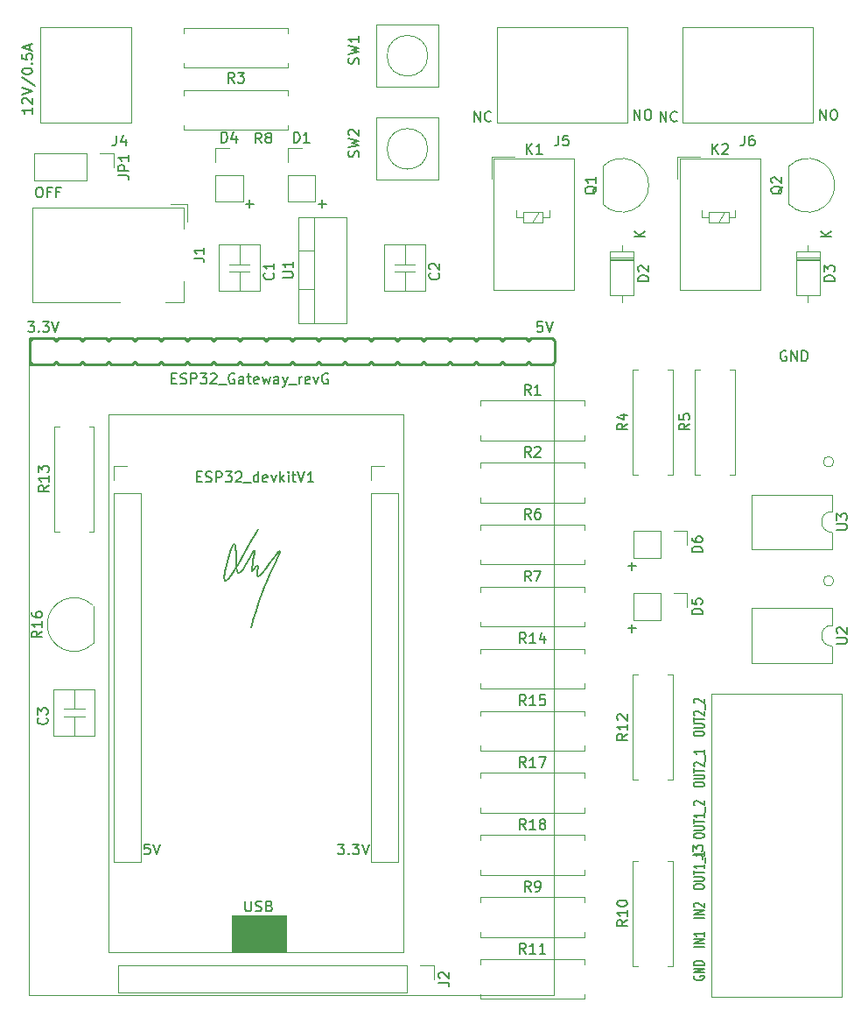
<source format=gbr>
%TF.GenerationSoftware,KiCad,Pcbnew,(5.1.9)-1*%
%TF.CreationDate,2021-04-13T13:59:35+02:00*%
%TF.ProjectId,FinalBoard,46696e61-6c42-46f6-9172-642e6b696361,v01*%
%TF.SameCoordinates,Original*%
%TF.FileFunction,Legend,Top*%
%TF.FilePolarity,Positive*%
%FSLAX46Y46*%
G04 Gerber Fmt 4.6, Leading zero omitted, Abs format (unit mm)*
G04 Created by KiCad (PCBNEW (5.1.9)-1) date 2021-04-13 13:59:35*
%MOMM*%
%LPD*%
G01*
G04 APERTURE LIST*
%ADD10C,0.150000*%
%ADD11C,0.120000*%
%ADD12C,0.175000*%
%ADD13C,0.160000*%
%ADD14C,0.254000*%
%ADD15C,0.100000*%
G04 APERTURE END LIST*
D10*
X179023809Y-91952380D02*
X179642857Y-91952380D01*
X179309523Y-92333333D01*
X179452380Y-92333333D01*
X179547619Y-92380952D01*
X179595238Y-92428571D01*
X179642857Y-92523809D01*
X179642857Y-92761904D01*
X179595238Y-92857142D01*
X179547619Y-92904761D01*
X179452380Y-92952380D01*
X179166666Y-92952380D01*
X179071428Y-92904761D01*
X179023809Y-92857142D01*
X180071428Y-92857142D02*
X180119047Y-92904761D01*
X180071428Y-92952380D01*
X180023809Y-92904761D01*
X180071428Y-92857142D01*
X180071428Y-92952380D01*
X180452380Y-91952380D02*
X181071428Y-91952380D01*
X180738095Y-92333333D01*
X180880952Y-92333333D01*
X180976190Y-92380952D01*
X181023809Y-92428571D01*
X181071428Y-92523809D01*
X181071428Y-92761904D01*
X181023809Y-92857142D01*
X180976190Y-92904761D01*
X180880952Y-92952380D01*
X180595238Y-92952380D01*
X180500000Y-92904761D01*
X180452380Y-92857142D01*
X181357142Y-91952380D02*
X181690476Y-92952380D01*
X182023809Y-91952380D01*
X228809523Y-91952380D02*
X228333333Y-91952380D01*
X228285714Y-92428571D01*
X228333333Y-92380952D01*
X228428571Y-92333333D01*
X228666666Y-92333333D01*
X228761904Y-92380952D01*
X228809523Y-92428571D01*
X228857142Y-92523809D01*
X228857142Y-92761904D01*
X228809523Y-92857142D01*
X228761904Y-92904761D01*
X228666666Y-92952380D01*
X228428571Y-92952380D01*
X228333333Y-92904761D01*
X228285714Y-92857142D01*
X229142857Y-91952380D02*
X229476190Y-92952380D01*
X229809523Y-91952380D01*
D11*
X257000000Y-117000000D02*
G75*
G03*
X257000000Y-117000000I-500000J0D01*
G01*
X257000000Y-105500000D02*
G75*
G03*
X257000000Y-105500000I-500000J0D01*
G01*
D10*
X209023809Y-142452380D02*
X209642857Y-142452380D01*
X209309523Y-142833333D01*
X209452380Y-142833333D01*
X209547619Y-142880952D01*
X209595238Y-142928571D01*
X209642857Y-143023809D01*
X209642857Y-143261904D01*
X209595238Y-143357142D01*
X209547619Y-143404761D01*
X209452380Y-143452380D01*
X209166666Y-143452380D01*
X209071428Y-143404761D01*
X209023809Y-143357142D01*
X210071428Y-143357142D02*
X210119047Y-143404761D01*
X210071428Y-143452380D01*
X210023809Y-143404761D01*
X210071428Y-143357142D01*
X210071428Y-143452380D01*
X210452380Y-142452380D02*
X211071428Y-142452380D01*
X210738095Y-142833333D01*
X210880952Y-142833333D01*
X210976190Y-142880952D01*
X211023809Y-142928571D01*
X211071428Y-143023809D01*
X211071428Y-143261904D01*
X211023809Y-143357142D01*
X210976190Y-143404761D01*
X210880952Y-143452380D01*
X210595238Y-143452380D01*
X210500000Y-143404761D01*
X210452380Y-143357142D01*
X211357142Y-142452380D02*
X211690476Y-143452380D01*
X212023809Y-142452380D01*
X190809523Y-142452380D02*
X190333333Y-142452380D01*
X190285714Y-142928571D01*
X190333333Y-142880952D01*
X190428571Y-142833333D01*
X190666666Y-142833333D01*
X190761904Y-142880952D01*
X190809523Y-142928571D01*
X190857142Y-143023809D01*
X190857142Y-143261904D01*
X190809523Y-143357142D01*
X190761904Y-143404761D01*
X190666666Y-143452380D01*
X190428571Y-143452380D01*
X190333333Y-143404761D01*
X190285714Y-143357142D01*
X191142857Y-142452380D02*
X191476190Y-143452380D01*
X191809523Y-142452380D01*
X179452380Y-71261904D02*
X179452380Y-71833333D01*
X179452380Y-71547619D02*
X178452380Y-71547619D01*
X178595238Y-71642857D01*
X178690476Y-71738095D01*
X178738095Y-71833333D01*
X178547619Y-70880952D02*
X178500000Y-70833333D01*
X178452380Y-70738095D01*
X178452380Y-70500000D01*
X178500000Y-70404761D01*
X178547619Y-70357142D01*
X178642857Y-70309523D01*
X178738095Y-70309523D01*
X178880952Y-70357142D01*
X179452380Y-70928571D01*
X179452380Y-70309523D01*
X178452380Y-70023809D02*
X179452380Y-69690476D01*
X178452380Y-69357142D01*
X178404761Y-68309523D02*
X179690476Y-69166666D01*
X178452380Y-67785714D02*
X178452380Y-67690476D01*
X178500000Y-67595238D01*
X178547619Y-67547619D01*
X178642857Y-67500000D01*
X178833333Y-67452380D01*
X179071428Y-67452380D01*
X179261904Y-67500000D01*
X179357142Y-67547619D01*
X179404761Y-67595238D01*
X179452380Y-67690476D01*
X179452380Y-67785714D01*
X179404761Y-67880952D01*
X179357142Y-67928571D01*
X179261904Y-67976190D01*
X179071428Y-68023809D01*
X178833333Y-68023809D01*
X178642857Y-67976190D01*
X178547619Y-67928571D01*
X178500000Y-67880952D01*
X178452380Y-67785714D01*
X179357142Y-67023809D02*
X179404761Y-66976190D01*
X179452380Y-67023809D01*
X179404761Y-67071428D01*
X179357142Y-67023809D01*
X179452380Y-67023809D01*
X178452380Y-66071428D02*
X178452380Y-66547619D01*
X178928571Y-66595238D01*
X178880952Y-66547619D01*
X178833333Y-66452380D01*
X178833333Y-66214285D01*
X178880952Y-66119047D01*
X178928571Y-66071428D01*
X179023809Y-66023809D01*
X179261904Y-66023809D01*
X179357142Y-66071428D01*
X179404761Y-66119047D01*
X179452380Y-66214285D01*
X179452380Y-66452380D01*
X179404761Y-66547619D01*
X179357142Y-66595238D01*
X179166666Y-65642857D02*
X179166666Y-65166666D01*
X179452380Y-65738095D02*
X178452380Y-65404761D01*
X179452380Y-65071428D01*
X180047619Y-78952380D02*
X180238095Y-78952380D01*
X180333333Y-79000000D01*
X180428571Y-79095238D01*
X180476190Y-79285714D01*
X180476190Y-79619047D01*
X180428571Y-79809523D01*
X180333333Y-79904761D01*
X180238095Y-79952380D01*
X180047619Y-79952380D01*
X179952380Y-79904761D01*
X179857142Y-79809523D01*
X179809523Y-79619047D01*
X179809523Y-79285714D01*
X179857142Y-79095238D01*
X179952380Y-79000000D01*
X180047619Y-78952380D01*
X181238095Y-79428571D02*
X180904761Y-79428571D01*
X180904761Y-79952380D02*
X180904761Y-78952380D01*
X181380952Y-78952380D01*
X182095238Y-79428571D02*
X181761904Y-79428571D01*
X181761904Y-79952380D02*
X181761904Y-78952380D01*
X182238095Y-78952380D01*
X240214285Y-72627380D02*
X240214285Y-71627380D01*
X240785714Y-72627380D01*
X240785714Y-71627380D01*
X241833333Y-72532142D02*
X241785714Y-72579761D01*
X241642857Y-72627380D01*
X241547619Y-72627380D01*
X241404761Y-72579761D01*
X241309523Y-72484523D01*
X241261904Y-72389285D01*
X241214285Y-72198809D01*
X241214285Y-72055952D01*
X241261904Y-71865476D01*
X241309523Y-71770238D01*
X241404761Y-71675000D01*
X241547619Y-71627380D01*
X241642857Y-71627380D01*
X241785714Y-71675000D01*
X241833333Y-71722619D01*
X255690476Y-72452380D02*
X255690476Y-71452380D01*
X256261904Y-72452380D01*
X256261904Y-71452380D01*
X256928571Y-71452380D02*
X257119047Y-71452380D01*
X257214285Y-71500000D01*
X257309523Y-71595238D01*
X257357142Y-71785714D01*
X257357142Y-72119047D01*
X257309523Y-72309523D01*
X257214285Y-72404761D01*
X257119047Y-72452380D01*
X256928571Y-72452380D01*
X256833333Y-72404761D01*
X256738095Y-72309523D01*
X256690476Y-72119047D01*
X256690476Y-71785714D01*
X256738095Y-71595238D01*
X256833333Y-71500000D01*
X256928571Y-71452380D01*
X222214285Y-72627380D02*
X222214285Y-71627380D01*
X222785714Y-72627380D01*
X222785714Y-71627380D01*
X223833333Y-72532142D02*
X223785714Y-72579761D01*
X223642857Y-72627380D01*
X223547619Y-72627380D01*
X223404761Y-72579761D01*
X223309523Y-72484523D01*
X223261904Y-72389285D01*
X223214285Y-72198809D01*
X223214285Y-72055952D01*
X223261904Y-71865476D01*
X223309523Y-71770238D01*
X223404761Y-71675000D01*
X223547619Y-71627380D01*
X223642857Y-71627380D01*
X223785714Y-71675000D01*
X223833333Y-71722619D01*
X237690476Y-72452380D02*
X237690476Y-71452380D01*
X238261904Y-72452380D01*
X238261904Y-71452380D01*
X238928571Y-71452380D02*
X239119047Y-71452380D01*
X239214285Y-71500000D01*
X239309523Y-71595238D01*
X239357142Y-71785714D01*
X239357142Y-72119047D01*
X239309523Y-72309523D01*
X239214285Y-72404761D01*
X239119047Y-72452380D01*
X238928571Y-72452380D01*
X238833333Y-72404761D01*
X238738095Y-72309523D01*
X238690476Y-72119047D01*
X238690476Y-71785714D01*
X238738095Y-71595238D01*
X238833333Y-71500000D01*
X238928571Y-71452380D01*
D12*
X243500000Y-155200000D02*
X243452380Y-155266666D01*
X243452380Y-155366666D01*
X243500000Y-155466666D01*
X243595238Y-155533333D01*
X243690476Y-155566666D01*
X243880952Y-155600000D01*
X244023809Y-155600000D01*
X244214285Y-155566666D01*
X244309523Y-155533333D01*
X244404761Y-155466666D01*
X244452380Y-155366666D01*
X244452380Y-155300000D01*
X244404761Y-155200000D01*
X244357142Y-155166666D01*
X244023809Y-155166666D01*
X244023809Y-155300000D01*
X244452380Y-154866666D02*
X243452380Y-154866666D01*
X244452380Y-154466666D01*
X243452380Y-154466666D01*
X244452380Y-154133333D02*
X243452380Y-154133333D01*
X243452380Y-153966666D01*
X243500000Y-153866666D01*
X243595238Y-153800000D01*
X243690476Y-153766666D01*
X243880952Y-153733333D01*
X244023809Y-153733333D01*
X244214285Y-153766666D01*
X244309523Y-153800000D01*
X244404761Y-153866666D01*
X244452380Y-153966666D01*
X244452380Y-154133333D01*
X244452380Y-152366666D02*
X243452380Y-152366666D01*
X244452380Y-152033333D02*
X243452380Y-152033333D01*
X244452380Y-151633333D01*
X243452380Y-151633333D01*
X244452380Y-150933333D02*
X244452380Y-151333333D01*
X244452380Y-151133333D02*
X243452380Y-151133333D01*
X243595238Y-151200000D01*
X243690476Y-151266666D01*
X243738095Y-151333333D01*
X244452380Y-149566666D02*
X243452380Y-149566666D01*
X244452380Y-149233333D02*
X243452380Y-149233333D01*
X244452380Y-148833333D01*
X243452380Y-148833333D01*
X243547619Y-148533333D02*
X243500000Y-148500000D01*
X243452380Y-148433333D01*
X243452380Y-148266666D01*
X243500000Y-148200000D01*
X243547619Y-148166666D01*
X243642857Y-148133333D01*
X243738095Y-148133333D01*
X243880952Y-148166666D01*
X244452380Y-148566666D01*
X244452380Y-148133333D01*
X243452380Y-146633333D02*
X243452380Y-146500000D01*
X243500000Y-146433333D01*
X243595238Y-146366666D01*
X243785714Y-146333333D01*
X244119047Y-146333333D01*
X244309523Y-146366666D01*
X244404761Y-146433333D01*
X244452380Y-146500000D01*
X244452380Y-146633333D01*
X244404761Y-146700000D01*
X244309523Y-146766666D01*
X244119047Y-146800000D01*
X243785714Y-146800000D01*
X243595238Y-146766666D01*
X243500000Y-146700000D01*
X243452380Y-146633333D01*
X243452380Y-146033333D02*
X244261904Y-146033333D01*
X244357142Y-146000000D01*
X244404761Y-145966666D01*
X244452380Y-145900000D01*
X244452380Y-145766666D01*
X244404761Y-145700000D01*
X244357142Y-145666666D01*
X244261904Y-145633333D01*
X243452380Y-145633333D01*
X243452380Y-145400000D02*
X243452380Y-145000000D01*
X244452380Y-145200000D02*
X243452380Y-145200000D01*
X244452380Y-144400000D02*
X244452380Y-144800000D01*
X244452380Y-144600000D02*
X243452380Y-144600000D01*
X243595238Y-144666666D01*
X243690476Y-144733333D01*
X243738095Y-144800000D01*
X244547619Y-144266666D02*
X244547619Y-143733333D01*
X244452380Y-143200000D02*
X244452380Y-143600000D01*
X244452380Y-143400000D02*
X243452380Y-143400000D01*
X243595238Y-143466666D01*
X243690476Y-143533333D01*
X243738095Y-143600000D01*
X243452380Y-141700000D02*
X243452380Y-141566666D01*
X243500000Y-141500000D01*
X243595238Y-141433333D01*
X243785714Y-141400000D01*
X244119047Y-141400000D01*
X244309523Y-141433333D01*
X244404761Y-141500000D01*
X244452380Y-141566666D01*
X244452380Y-141700000D01*
X244404761Y-141766666D01*
X244309523Y-141833333D01*
X244119047Y-141866666D01*
X243785714Y-141866666D01*
X243595238Y-141833333D01*
X243500000Y-141766666D01*
X243452380Y-141700000D01*
X243452380Y-141100000D02*
X244261904Y-141100000D01*
X244357142Y-141066666D01*
X244404761Y-141033333D01*
X244452380Y-140966666D01*
X244452380Y-140833333D01*
X244404761Y-140766666D01*
X244357142Y-140733333D01*
X244261904Y-140700000D01*
X243452380Y-140700000D01*
X243452380Y-140466666D02*
X243452380Y-140066666D01*
X244452380Y-140266666D02*
X243452380Y-140266666D01*
X244452380Y-139466666D02*
X244452380Y-139866666D01*
X244452380Y-139666666D02*
X243452380Y-139666666D01*
X243595238Y-139733333D01*
X243690476Y-139800000D01*
X243738095Y-139866666D01*
X244547619Y-139333333D02*
X244547619Y-138800000D01*
X243547619Y-138666666D02*
X243500000Y-138633333D01*
X243452380Y-138566666D01*
X243452380Y-138400000D01*
X243500000Y-138333333D01*
X243547619Y-138300000D01*
X243642857Y-138266666D01*
X243738095Y-138266666D01*
X243880952Y-138300000D01*
X244452380Y-138700000D01*
X244452380Y-138266666D01*
X243452380Y-136766666D02*
X243452380Y-136633333D01*
X243500000Y-136566666D01*
X243595238Y-136500000D01*
X243785714Y-136466666D01*
X244119047Y-136466666D01*
X244309523Y-136500000D01*
X244404761Y-136566666D01*
X244452380Y-136633333D01*
X244452380Y-136766666D01*
X244404761Y-136833333D01*
X244309523Y-136900000D01*
X244119047Y-136933333D01*
X243785714Y-136933333D01*
X243595238Y-136900000D01*
X243500000Y-136833333D01*
X243452380Y-136766666D01*
X243452380Y-136166666D02*
X244261904Y-136166666D01*
X244357142Y-136133333D01*
X244404761Y-136100000D01*
X244452380Y-136033333D01*
X244452380Y-135900000D01*
X244404761Y-135833333D01*
X244357142Y-135800000D01*
X244261904Y-135766666D01*
X243452380Y-135766666D01*
X243452380Y-135533333D02*
X243452380Y-135133333D01*
X244452380Y-135333333D02*
X243452380Y-135333333D01*
X243547619Y-134933333D02*
X243500000Y-134900000D01*
X243452380Y-134833333D01*
X243452380Y-134666666D01*
X243500000Y-134600000D01*
X243547619Y-134566666D01*
X243642857Y-134533333D01*
X243738095Y-134533333D01*
X243880952Y-134566666D01*
X244452380Y-134966666D01*
X244452380Y-134533333D01*
X244547619Y-134400000D02*
X244547619Y-133866666D01*
X244452380Y-133333333D02*
X244452380Y-133733333D01*
X244452380Y-133533333D02*
X243452380Y-133533333D01*
X243595238Y-133600000D01*
X243690476Y-133666666D01*
X243738095Y-133733333D01*
X243452380Y-131833333D02*
X243452380Y-131700000D01*
X243500000Y-131633333D01*
X243595238Y-131566666D01*
X243785714Y-131533333D01*
X244119047Y-131533333D01*
X244309523Y-131566666D01*
X244404761Y-131633333D01*
X244452380Y-131700000D01*
X244452380Y-131833333D01*
X244404761Y-131900000D01*
X244309523Y-131966666D01*
X244119047Y-132000000D01*
X243785714Y-132000000D01*
X243595238Y-131966666D01*
X243500000Y-131900000D01*
X243452380Y-131833333D01*
X243452380Y-131233333D02*
X244261904Y-131233333D01*
X244357142Y-131200000D01*
X244404761Y-131166666D01*
X244452380Y-131100000D01*
X244452380Y-130966666D01*
X244404761Y-130900000D01*
X244357142Y-130866666D01*
X244261904Y-130833333D01*
X243452380Y-130833333D01*
X243452380Y-130600000D02*
X243452380Y-130200000D01*
X244452380Y-130400000D02*
X243452380Y-130400000D01*
X243547619Y-130000000D02*
X243500000Y-129966666D01*
X243452380Y-129900000D01*
X243452380Y-129733333D01*
X243500000Y-129666666D01*
X243547619Y-129633333D01*
X243642857Y-129600000D01*
X243738095Y-129600000D01*
X243880952Y-129633333D01*
X244452380Y-130033333D01*
X244452380Y-129600000D01*
X244547619Y-129466666D02*
X244547619Y-128933333D01*
X243547619Y-128800000D02*
X243500000Y-128766666D01*
X243452380Y-128700000D01*
X243452380Y-128533333D01*
X243500000Y-128466666D01*
X243547619Y-128433333D01*
X243642857Y-128400000D01*
X243738095Y-128400000D01*
X243880952Y-128433333D01*
X244452380Y-128833333D01*
X244452380Y-128400000D01*
D13*
X200501720Y-114702920D02*
X200693360Y-114335920D01*
X199825720Y-115912760D02*
X200054920Y-115549720D01*
X199462000Y-116236520D02*
X199610000Y-116158000D01*
X200846560Y-114083760D02*
X200932720Y-113999160D01*
X199379560Y-116218320D02*
X199420800Y-116227440D01*
X200689440Y-115929480D02*
X200709840Y-116027160D01*
X199152560Y-114815320D02*
X199163640Y-115314040D01*
X199150840Y-114319640D02*
X199152560Y-114815320D01*
X200932720Y-113999160D02*
X200948560Y-114005200D01*
X200284520Y-115126920D02*
X200501720Y-114702920D01*
X199280640Y-116079880D02*
X199379560Y-116218320D01*
X200735440Y-116036240D02*
X200772560Y-116020200D01*
X200709840Y-116027160D02*
X200726360Y-116033000D01*
X200958800Y-114339640D02*
X200903240Y-114657520D01*
X200948560Y-114005200D02*
X200963720Y-114010880D01*
X199610000Y-116158000D02*
X199825720Y-115912760D01*
X200693360Y-114335920D02*
X200846560Y-114083760D01*
X199420800Y-116227440D02*
X199462000Y-116236520D01*
X200706400Y-115697240D02*
X200689440Y-115929480D01*
X199163640Y-115314040D02*
X199200520Y-115755440D01*
X200054920Y-115549720D02*
X200284520Y-115126920D01*
X200726360Y-116033000D02*
X200735440Y-116036240D01*
X200759360Y-115379320D02*
X200706400Y-115697240D01*
X200830960Y-115018440D02*
X200759360Y-115379320D01*
X200963720Y-114010880D02*
X200979640Y-114107880D01*
X199200520Y-115755440D02*
X199280640Y-116079880D01*
X200903240Y-114657520D02*
X200830960Y-115018440D01*
X200979640Y-114107880D02*
X200958800Y-114339640D01*
X199960720Y-114413640D02*
X199448800Y-115296000D01*
X201281920Y-116533000D02*
X201310800Y-116548000D01*
X203161920Y-114766040D02*
X202956400Y-115221360D01*
X201728280Y-116210480D02*
X202052960Y-115811200D01*
X201247640Y-116019520D02*
X201229160Y-116191200D01*
X201107640Y-115597200D02*
X201171440Y-115543000D01*
X201226360Y-115533000D02*
X201239360Y-115537320D01*
X200830280Y-115964200D02*
X200896280Y-115879080D01*
X200966560Y-115779920D02*
X201038200Y-115681000D01*
X198149080Y-115774520D02*
X198222920Y-115457040D01*
X199448800Y-115296000D02*
X199027560Y-115975480D01*
X201281920Y-111977440D02*
X201105680Y-112312240D01*
X202956400Y-115221360D02*
X202708360Y-115767600D01*
X201310800Y-116548000D02*
X201460520Y-116473320D01*
X198028440Y-116775600D02*
X198026240Y-116585280D01*
X201837440Y-117810760D02*
X201730000Y-118083760D01*
X203393000Y-114088520D02*
X203403240Y-114094200D01*
X201266080Y-115587640D02*
X201276240Y-115699200D01*
X201239360Y-115537320D02*
X201266080Y-115587640D01*
X201038200Y-115681000D02*
X201107640Y-115597200D01*
X198222920Y-115457040D02*
X198307960Y-115132160D01*
X203393000Y-114185320D02*
X203311640Y-114416040D01*
X198026240Y-116585280D02*
X198047720Y-116348320D01*
X198240440Y-116952920D02*
X198139560Y-116987640D01*
X201276240Y-115699200D02*
X201266520Y-115849360D01*
X198096800Y-116969600D02*
X198056840Y-116909480D01*
X198139560Y-116987640D02*
X198115240Y-116977440D01*
X201105680Y-112312240D02*
X200569440Y-113312720D01*
X203311640Y-114416040D02*
X203161920Y-114766040D01*
X202401920Y-115341600D02*
X202742840Y-114868040D01*
X202742840Y-114868040D02*
X203043400Y-114457280D01*
X200838560Y-120776920D02*
X200689680Y-121322480D01*
X201171440Y-115543000D02*
X201214840Y-115528880D01*
X202708360Y-115767600D02*
X202430560Y-116390800D01*
X201266520Y-115849360D02*
X201247640Y-116019520D01*
X201428400Y-118911040D02*
X201097920Y-119906040D01*
X201266080Y-116524760D02*
X201281920Y-116533000D01*
X201214840Y-115528880D02*
X201226360Y-115533000D01*
X198089840Y-116074880D02*
X198149080Y-115774520D01*
X198047720Y-116348320D02*
X198089840Y-116074880D01*
X203379120Y-114080720D02*
X203393000Y-114088520D01*
X203270840Y-114175160D02*
X203379120Y-114080720D01*
X198056840Y-116909480D02*
X198028440Y-116775600D01*
X201730000Y-118083760D02*
X201428400Y-118911040D01*
X201222000Y-116346360D02*
X201236120Y-116466360D01*
X202052960Y-115811200D02*
X202401920Y-115341600D01*
X198115240Y-116977440D02*
X198096800Y-116969600D01*
X198690120Y-116467640D02*
X198429920Y-116788200D01*
X199027560Y-115975480D02*
X198690120Y-116467640D01*
X200689680Y-121322480D02*
X200643000Y-121505200D01*
X200772560Y-116020200D02*
X200830280Y-115964200D01*
X201097920Y-119906040D02*
X200838560Y-120776920D01*
X201909720Y-117626320D02*
X201837440Y-117810760D01*
X203043400Y-114457280D02*
X203270840Y-114175160D01*
X202135840Y-117076600D02*
X201909720Y-117626320D01*
X201460520Y-116473320D02*
X201728280Y-116210480D01*
X200896280Y-115879080D02*
X200966560Y-115779920D01*
X202430560Y-116390800D02*
X202135840Y-117076600D01*
X201229160Y-116191200D02*
X201222000Y-116346360D01*
X201236120Y-116466360D02*
X201266080Y-116524760D01*
X200569440Y-113312720D02*
X199960720Y-114413640D01*
X203403240Y-114094200D02*
X203393000Y-114185320D01*
X198429920Y-116788200D02*
X198240440Y-116952920D01*
X202135840Y-117076600D02*
X201909720Y-117626320D01*
X200838560Y-120776920D02*
X200689680Y-121322480D01*
X201097920Y-119906040D02*
X200838560Y-120776920D01*
X202401920Y-115341600D02*
X202742840Y-114868040D01*
X203311640Y-114416040D02*
X203161920Y-114766040D01*
X203403240Y-114094200D02*
X203393000Y-114185320D01*
X200689680Y-121322480D02*
X200643000Y-121505200D01*
X202430560Y-116390800D02*
X202135840Y-117076600D01*
X202708360Y-115767600D02*
X202430560Y-116390800D01*
X203379120Y-114080720D02*
X203393000Y-114088520D01*
X203393000Y-114185320D02*
X203311640Y-114416040D01*
X203161920Y-114766040D02*
X202956400Y-115221360D01*
X203393000Y-114088520D02*
X203403240Y-114094200D01*
X203043400Y-114457280D02*
X203270840Y-114175160D01*
X201730000Y-118083760D02*
X201428400Y-118911040D01*
X202956400Y-115221360D02*
X202708360Y-115767600D01*
X202742840Y-114868040D02*
X203043400Y-114457280D01*
X201428400Y-118911040D02*
X201097920Y-119906040D01*
X203270840Y-114175160D02*
X203379120Y-114080720D01*
X201837440Y-117810760D02*
X201730000Y-118083760D01*
X201909720Y-117626320D02*
X201837440Y-117810760D01*
X198965520Y-113479360D02*
X199016720Y-113447240D01*
X200689440Y-115929480D02*
X200709840Y-116027160D01*
X200830280Y-115964200D02*
X200896280Y-115879080D01*
X202052960Y-115811200D02*
X202401920Y-115341600D01*
X201728280Y-116210480D02*
X202052960Y-115811200D01*
X201460520Y-116473320D02*
X201728280Y-116210480D01*
X199462000Y-116236520D02*
X199610000Y-116158000D01*
X200958800Y-114339640D02*
X200903240Y-114657520D01*
X201107640Y-115597200D02*
X201171440Y-115543000D01*
X198401440Y-114809880D02*
X198500000Y-114500000D01*
X200948560Y-114005200D02*
X200963720Y-114010880D01*
X201310800Y-116548000D02*
X201460520Y-116473320D01*
X201281920Y-116533000D02*
X201310800Y-116548000D01*
X201222000Y-116346360D02*
X201236120Y-116466360D01*
X199016720Y-113447240D02*
X199031920Y-113449640D01*
X201226360Y-115533000D02*
X201239360Y-115537320D01*
X201229160Y-116191200D02*
X201222000Y-116346360D01*
X199141520Y-113886920D02*
X199150840Y-114319640D01*
X201266520Y-115849360D02*
X201247640Y-116019520D01*
X201276240Y-115699200D02*
X201266520Y-115849360D01*
X199150840Y-114319640D02*
X199152560Y-114815320D01*
X200726360Y-116033000D02*
X200735440Y-116036240D01*
X201266080Y-115587640D02*
X201276240Y-115699200D01*
X198307960Y-115132160D02*
X198401440Y-114809880D01*
X201038200Y-115681000D02*
X201107640Y-115597200D01*
X200772560Y-116020200D02*
X200830280Y-115964200D01*
X200735440Y-116036240D02*
X200772560Y-116020200D01*
X200709840Y-116027160D02*
X200726360Y-116033000D01*
X200706400Y-115697240D02*
X200689440Y-115929480D01*
X200759360Y-115379320D02*
X200706400Y-115697240D01*
X200693360Y-114335920D02*
X200846560Y-114083760D01*
X199825720Y-115912760D02*
X200054920Y-115549720D01*
X199379560Y-116218320D02*
X199420800Y-116227440D01*
X199280640Y-116079880D02*
X199379560Y-116218320D01*
X198700960Y-113956600D02*
X198797080Y-113742600D01*
X200846560Y-114083760D02*
X200932720Y-113999160D01*
X200501720Y-114702920D02*
X200693360Y-114335920D01*
X198600920Y-114212440D02*
X198700960Y-113956600D01*
X198797080Y-113742600D02*
X198886280Y-113580320D01*
X201239360Y-115537320D02*
X201266080Y-115587640D01*
X200903240Y-114657520D02*
X200830960Y-115018440D01*
X199152560Y-114815320D02*
X199163640Y-115314040D01*
X201266080Y-116524760D02*
X201281920Y-116533000D01*
X201236120Y-116466360D02*
X201266080Y-116524760D01*
X199031920Y-113449640D02*
X199055120Y-113453080D01*
X198500000Y-114500000D02*
X198600920Y-114212440D01*
X201247640Y-116019520D02*
X201229160Y-116191200D01*
X198886280Y-113580320D02*
X198965520Y-113479360D01*
X201214840Y-115528880D02*
X201226360Y-115533000D01*
X200896280Y-115879080D02*
X200966560Y-115779920D01*
X199420800Y-116227440D02*
X199462000Y-116236520D01*
X199107400Y-113576800D02*
X199141520Y-113886920D01*
X200979640Y-114107880D02*
X200958800Y-114339640D01*
X200284520Y-115126920D02*
X200501720Y-114702920D01*
X199610000Y-116158000D02*
X199825720Y-115912760D01*
X199200520Y-115755440D02*
X199280640Y-116079880D01*
X199163640Y-115314040D02*
X199200520Y-115755440D01*
X201171440Y-115543000D02*
X201214840Y-115528880D01*
X200932720Y-113999160D02*
X200948560Y-114005200D01*
X200966560Y-115779920D02*
X201038200Y-115681000D01*
X200830960Y-115018440D02*
X200759360Y-115379320D01*
X200963720Y-114010880D02*
X200979640Y-114107880D01*
X199055120Y-113453080D02*
X199107400Y-113576800D01*
X200054920Y-115549720D02*
X200284520Y-115126920D01*
X198240440Y-116952920D02*
X198139560Y-116987640D01*
X199027560Y-115975480D02*
X198690120Y-116467640D01*
X199448800Y-115296000D02*
X199027560Y-115975480D01*
X199960720Y-114413640D02*
X199448800Y-115296000D01*
X200569440Y-113312720D02*
X199960720Y-114413640D01*
X201105680Y-112312240D02*
X200569440Y-113312720D01*
X201281920Y-111977440D02*
X201105680Y-112312240D01*
X198690120Y-116467640D02*
X198429920Y-116788200D01*
X198429920Y-116788200D02*
X198240440Y-116952920D01*
X198139560Y-116987640D02*
X198115240Y-116977440D01*
X198047720Y-116348320D02*
X198089840Y-116074880D01*
X198600920Y-114212440D02*
X198700960Y-113956600D01*
X198149080Y-115774520D02*
X198222920Y-115457040D01*
X198028440Y-116775600D02*
X198026240Y-116585280D01*
X199016720Y-113447240D02*
X199031920Y-113449640D01*
X199031920Y-113449640D02*
X199055120Y-113453080D01*
X198886280Y-113580320D02*
X198965520Y-113479360D01*
X198700960Y-113956600D02*
X198797080Y-113742600D01*
X198401440Y-114809880D02*
X198500000Y-114500000D01*
X198222920Y-115457040D02*
X198307960Y-115132160D01*
X198307960Y-115132160D02*
X198401440Y-114809880D01*
X198026240Y-116585280D02*
X198047720Y-116348320D01*
X198056840Y-116909480D02*
X198028440Y-116775600D01*
X198096800Y-116969600D02*
X198056840Y-116909480D01*
X199141520Y-113886920D02*
X199150840Y-114319640D01*
X199055120Y-113453080D02*
X199107400Y-113576800D01*
X198115240Y-116977440D02*
X198096800Y-116969600D01*
X199107400Y-113576800D02*
X199141520Y-113886920D01*
X198965520Y-113479360D02*
X199016720Y-113447240D01*
X198797080Y-113742600D02*
X198886280Y-113580320D01*
X198089840Y-116074880D02*
X198149080Y-115774520D01*
X198500000Y-114500000D02*
X198600920Y-114212440D01*
D10*
X237119047Y-121571428D02*
X237880952Y-121571428D01*
X237500000Y-121952380D02*
X237500000Y-121190476D01*
X237119047Y-115571428D02*
X237880952Y-115571428D01*
X237500000Y-115952380D02*
X237500000Y-115190476D01*
X207119047Y-80571428D02*
X207880952Y-80571428D01*
X207500000Y-80952380D02*
X207500000Y-80190476D01*
X200119047Y-80571428D02*
X200880952Y-80571428D01*
X200500000Y-80952380D02*
X200500000Y-80190476D01*
D11*
%TO.C,J3*%
X245200000Y-157250000D02*
X257800000Y-157250000D01*
X257800000Y-127890000D02*
X257800000Y-157250000D01*
X245200000Y-127890000D02*
X257800000Y-127890000D01*
X245200000Y-157250000D02*
X245200000Y-127890000D01*
%TO.C,ESP32_Gateway_revG*%
X179156000Y-93534000D02*
X179156000Y-157034000D01*
X229956000Y-157034000D02*
X179156000Y-157034000D01*
X229956000Y-93534000D02*
X229956000Y-157034000D01*
D14*
X186816000Y-95830000D02*
X186562000Y-96084000D01*
X179450000Y-96084000D02*
X179196000Y-95830000D01*
X184530000Y-93544000D02*
X186562000Y-93544000D01*
X189356000Y-95830000D02*
X189102000Y-96084000D01*
X194182000Y-93544000D02*
X194436000Y-93798000D01*
X191896000Y-95830000D02*
X191642000Y-96084000D01*
X187070000Y-93544000D02*
X189102000Y-93544000D01*
X181736000Y-93798000D02*
X181990000Y-93544000D01*
X189610000Y-93544000D02*
X191642000Y-93544000D01*
X192150000Y-96084000D02*
X191896000Y-95830000D01*
X189102000Y-96084000D02*
X187070000Y-96084000D01*
X186816000Y-93798000D02*
X187070000Y-93544000D01*
X179196000Y-93544000D02*
X179196000Y-96084000D01*
X194182000Y-93544000D02*
X194436000Y-93798000D01*
X181482000Y-96084000D02*
X179704000Y-96084000D01*
X184276000Y-93798000D02*
X184530000Y-93544000D01*
X191642000Y-96084000D02*
X189610000Y-96084000D01*
X184022000Y-96084000D02*
X181990000Y-96084000D01*
X181990000Y-93544000D02*
X184022000Y-93544000D01*
X189102000Y-93544000D02*
X189356000Y-93798000D01*
X181482000Y-93544000D02*
X181736000Y-93798000D01*
X189356000Y-93798000D02*
X189610000Y-93544000D01*
X194436000Y-95830000D02*
X194182000Y-96084000D01*
X191896000Y-93798000D02*
X192150000Y-93544000D01*
X179196000Y-93544000D02*
X179450000Y-93544000D01*
X179450000Y-93544000D02*
X181482000Y-93544000D01*
X192150000Y-93544000D02*
X194182000Y-93544000D01*
X186562000Y-96084000D02*
X184530000Y-96084000D01*
X179196000Y-93798000D02*
X179450000Y-93544000D01*
X184022000Y-96084000D02*
X184276000Y-95830000D01*
X184022000Y-93544000D02*
X184276000Y-93798000D01*
X187070000Y-96084000D02*
X186816000Y-95830000D01*
X194182000Y-96084000D02*
X192150000Y-96084000D01*
X179704000Y-96084000D02*
X179196000Y-96084000D01*
X186562000Y-93544000D02*
X186816000Y-93798000D01*
X189610000Y-96084000D02*
X189356000Y-95830000D01*
X194436000Y-95830000D02*
X194182000Y-96084000D01*
X191642000Y-93544000D02*
X191896000Y-93798000D01*
X184276000Y-95830000D02*
X184530000Y-96084000D01*
X181736000Y-95830000D02*
X181482000Y-96084000D01*
X181990000Y-96084000D02*
X181736000Y-95830000D01*
X202310000Y-93544000D02*
X204342000Y-93544000D01*
X199770000Y-96084000D02*
X199516000Y-95830000D01*
X209422000Y-93544000D02*
X209676000Y-93798000D01*
X197230000Y-93544000D02*
X199262000Y-93544000D01*
X204342000Y-93544000D02*
X204596000Y-93798000D01*
X199516000Y-95830000D02*
X199262000Y-96084000D01*
X199262000Y-93544000D02*
X199516000Y-93798000D01*
X194436000Y-93798000D02*
X194690000Y-93544000D01*
X207390000Y-93544000D02*
X209422000Y-93544000D01*
X199262000Y-96084000D02*
X197230000Y-96084000D01*
X197230000Y-93544000D02*
X199262000Y-93544000D01*
X196976000Y-95830000D02*
X196722000Y-96084000D01*
X199516000Y-95830000D02*
X199262000Y-96084000D01*
X207390000Y-96084000D02*
X207136000Y-95830000D01*
X209930000Y-93544000D02*
X211962000Y-93544000D01*
X194690000Y-93544000D02*
X196722000Y-93544000D01*
X204596000Y-95830000D02*
X204342000Y-96084000D01*
X202310000Y-96084000D02*
X202056000Y-95830000D01*
X206882000Y-93544000D02*
X207136000Y-93798000D01*
X209422000Y-96084000D02*
X207390000Y-96084000D01*
X209930000Y-96084000D02*
X209676000Y-95830000D01*
X197230000Y-96084000D02*
X196976000Y-95830000D01*
X194690000Y-96084000D02*
X194436000Y-95830000D01*
X204342000Y-96084000D02*
X202310000Y-96084000D01*
X209676000Y-95830000D02*
X209422000Y-96084000D01*
X207390000Y-93544000D02*
X209422000Y-93544000D01*
X201802000Y-93544000D02*
X202056000Y-93798000D01*
X202310000Y-96084000D02*
X202056000Y-95830000D01*
X204850000Y-93544000D02*
X206882000Y-93544000D01*
X207390000Y-96084000D02*
X207136000Y-95830000D01*
X204596000Y-93798000D02*
X204850000Y-93544000D01*
X211962000Y-96084000D02*
X209930000Y-96084000D01*
X209422000Y-96084000D02*
X207390000Y-96084000D01*
X204850000Y-96084000D02*
X204596000Y-95830000D01*
X201802000Y-96084000D02*
X199770000Y-96084000D01*
X197230000Y-96084000D02*
X196976000Y-95830000D01*
X214502000Y-93544000D02*
X214756000Y-93798000D01*
X196722000Y-96084000D02*
X194690000Y-96084000D01*
X199262000Y-96084000D02*
X197230000Y-96084000D01*
X209422000Y-93544000D02*
X209676000Y-93798000D01*
X202056000Y-93798000D02*
X202310000Y-93544000D01*
X214756000Y-95830000D02*
X214502000Y-96084000D01*
X199516000Y-93798000D02*
X199770000Y-93544000D01*
X196722000Y-93544000D02*
X196976000Y-93798000D01*
X207136000Y-93798000D02*
X207390000Y-93544000D01*
X204342000Y-96084000D02*
X202310000Y-96084000D01*
X207136000Y-93798000D02*
X207390000Y-93544000D01*
X207136000Y-95830000D02*
X206882000Y-96084000D01*
X209676000Y-95830000D02*
X209422000Y-96084000D01*
X202056000Y-95830000D02*
X201802000Y-96084000D01*
X196976000Y-93798000D02*
X197230000Y-93544000D01*
X199770000Y-93544000D02*
X201802000Y-93544000D01*
X206882000Y-96084000D02*
X204850000Y-96084000D01*
X204596000Y-95830000D02*
X204342000Y-96084000D01*
X202056000Y-93798000D02*
X202310000Y-93544000D01*
X202310000Y-93544000D02*
X204342000Y-93544000D01*
X209676000Y-93798000D02*
X209930000Y-93544000D01*
X196976000Y-93798000D02*
X197230000Y-93544000D01*
X204342000Y-93544000D02*
X204596000Y-93798000D01*
X194182000Y-96084000D02*
X192150000Y-96084000D01*
X192150000Y-93544000D02*
X194182000Y-93544000D01*
X191896000Y-93798000D02*
X192150000Y-93544000D01*
X192150000Y-96084000D02*
X191896000Y-95830000D01*
X199262000Y-93544000D02*
X199516000Y-93798000D01*
X222630000Y-93544000D02*
X224662000Y-93544000D01*
X217550000Y-96084000D02*
X217296000Y-95830000D01*
X217296000Y-93798000D02*
X217550000Y-93544000D01*
X217296000Y-95830000D02*
X217042000Y-96084000D01*
X222122000Y-96084000D02*
X220090000Y-96084000D01*
X217042000Y-93544000D02*
X217296000Y-93798000D01*
X219582000Y-96084000D02*
X217550000Y-96084000D01*
X217042000Y-96084000D02*
X215010000Y-96084000D01*
X224916000Y-95830000D02*
X224662000Y-96084000D01*
X215010000Y-96084000D02*
X214756000Y-95830000D01*
X229742000Y-96084000D02*
X227710000Y-96084000D01*
X225170000Y-93544000D02*
X227202000Y-93544000D01*
X229742000Y-93544000D02*
X229996000Y-93798000D01*
X222376000Y-93798000D02*
X222630000Y-93544000D01*
X224662000Y-93544000D02*
X224916000Y-93798000D01*
X229996000Y-93798000D02*
X229996000Y-95830000D01*
X224662000Y-96084000D02*
X222630000Y-96084000D01*
X227710000Y-96084000D02*
X227456000Y-95830000D01*
X222630000Y-93544000D02*
X224662000Y-93544000D01*
X215010000Y-93544000D02*
X217042000Y-93544000D01*
X227456000Y-93798000D02*
X227710000Y-93544000D01*
X212470000Y-93544000D02*
X214502000Y-93544000D01*
X227456000Y-95830000D02*
X227202000Y-96084000D01*
X212216000Y-93798000D02*
X212470000Y-93544000D01*
X229742000Y-96084000D02*
X227710000Y-96084000D01*
X217550000Y-96084000D02*
X217296000Y-95830000D01*
X212216000Y-93798000D02*
X212470000Y-93544000D01*
X217296000Y-93798000D02*
X217550000Y-93544000D01*
X224916000Y-95830000D02*
X224662000Y-96084000D01*
X219582000Y-93544000D02*
X219836000Y-93798000D01*
X217550000Y-93544000D02*
X219582000Y-93544000D01*
X227710000Y-93544000D02*
X229742000Y-93544000D01*
X225170000Y-96084000D02*
X224916000Y-95830000D01*
X227456000Y-93798000D02*
X227710000Y-93544000D01*
X227710000Y-96084000D02*
X227456000Y-95830000D01*
X222630000Y-96084000D02*
X222376000Y-95830000D01*
X214502000Y-96084000D02*
X212470000Y-96084000D01*
X227202000Y-93544000D02*
X227456000Y-93798000D01*
X219582000Y-96084000D02*
X217550000Y-96084000D01*
X219836000Y-95830000D02*
X219582000Y-96084000D01*
X222122000Y-93544000D02*
X222376000Y-93798000D01*
X212216000Y-95830000D02*
X211962000Y-96084000D01*
X224662000Y-96084000D02*
X222630000Y-96084000D01*
X211962000Y-93544000D02*
X212216000Y-93798000D01*
X212470000Y-93544000D02*
X214502000Y-93544000D01*
X219836000Y-95830000D02*
X219582000Y-96084000D01*
X227710000Y-93544000D02*
X229742000Y-93544000D01*
X222376000Y-95830000D02*
X222122000Y-96084000D01*
X222376000Y-93798000D02*
X222630000Y-93544000D01*
X227202000Y-96084000D02*
X225170000Y-96084000D01*
X229742000Y-93544000D02*
X229996000Y-93798000D01*
X222630000Y-96084000D02*
X222376000Y-95830000D01*
X229996000Y-95830000D02*
X229742000Y-96084000D01*
X219582000Y-93544000D02*
X219836000Y-93798000D01*
X212470000Y-96084000D02*
X212216000Y-95830000D01*
X229996000Y-95830000D02*
X229742000Y-96084000D01*
X224662000Y-93544000D02*
X224916000Y-93798000D01*
X224916000Y-93798000D02*
X225170000Y-93544000D01*
X212470000Y-96084000D02*
X212216000Y-95830000D01*
X214502000Y-93544000D02*
X214756000Y-93798000D01*
X214756000Y-95830000D02*
X214502000Y-96084000D01*
X214502000Y-96084000D02*
X212470000Y-96084000D01*
X217550000Y-93544000D02*
X219582000Y-93544000D01*
X214756000Y-93798000D02*
X215010000Y-93544000D01*
X220090000Y-93544000D02*
X222122000Y-93544000D01*
X219836000Y-93798000D02*
X220090000Y-93544000D01*
X220090000Y-96084000D02*
X219836000Y-95830000D01*
D11*
X179156000Y-93534000D02*
X229956000Y-93534000D01*
%TO.C,D4*%
X197170000Y-80370000D02*
X199830000Y-80370000D01*
X197170000Y-77770000D02*
X197170000Y-80370000D01*
X199830000Y-77770000D02*
X199830000Y-80370000D01*
X197170000Y-77770000D02*
X199830000Y-77770000D01*
X197170000Y-76500000D02*
X197170000Y-75170000D01*
X197170000Y-75170000D02*
X198500000Y-75170000D01*
%TO.C,R8*%
X204220000Y-72940000D02*
X204220000Y-73420000D01*
X204220000Y-73420000D02*
X194080000Y-73420000D01*
X194080000Y-73420000D02*
X194080000Y-72940000D01*
X204220000Y-70060000D02*
X204220000Y-69580000D01*
X204220000Y-69580000D02*
X194080000Y-69580000D01*
X194080000Y-69580000D02*
X194080000Y-70060000D01*
%TO.C,Q2*%
X252650000Y-76970000D02*
X252650000Y-80570000D01*
X252661522Y-80608478D02*
G75*
G03*
X257100000Y-78770000I1838478J1838478D01*
G01*
X252661522Y-76931522D02*
G75*
G02*
X257100000Y-78770000I1838478J-1838478D01*
G01*
%TO.C,Q1*%
X234650000Y-76970000D02*
X234650000Y-80570000D01*
X234661522Y-76931522D02*
G75*
G02*
X239100000Y-78770000I1838478J-1838478D01*
G01*
X234661522Y-80608478D02*
G75*
G03*
X239100000Y-78770000I1838478J1838478D01*
G01*
%TO.C,U3*%
X256830000Y-110310000D02*
X256830000Y-108660000D01*
X256830000Y-108660000D02*
X249090000Y-108660000D01*
X249090000Y-108660000D02*
X249090000Y-113960000D01*
X249090000Y-113960000D02*
X256830000Y-113960000D01*
X256830000Y-113960000D02*
X256830000Y-112310000D01*
X256830000Y-112310000D02*
G75*
G02*
X256830000Y-110310000I0J1000000D01*
G01*
%TO.C,C2*%
X215500000Y-87100000D02*
X215500000Y-88950000D01*
X215500000Y-86400000D02*
X215500000Y-84500000D01*
X216500000Y-87100000D02*
X214500000Y-87100000D01*
X214500000Y-86400000D02*
X216500000Y-86400000D01*
X217500000Y-84500000D02*
X217500000Y-89000000D01*
X213500000Y-89000000D02*
X213500000Y-84500000D01*
X217500000Y-89000000D02*
X213500000Y-89000000D01*
X217500000Y-84500000D02*
X213500000Y-84500000D01*
%TO.C,D2*%
X237620000Y-85190000D02*
X235380000Y-85190000D01*
X235380000Y-85190000D02*
X235380000Y-89430000D01*
X235380000Y-89430000D02*
X237620000Y-89430000D01*
X237620000Y-89430000D02*
X237620000Y-85190000D01*
X236500000Y-84540000D02*
X236500000Y-85190000D01*
X236500000Y-90080000D02*
X236500000Y-89430000D01*
X237620000Y-85910000D02*
X235380000Y-85910000D01*
X237620000Y-86030000D02*
X235380000Y-86030000D01*
X237620000Y-85790000D02*
X235380000Y-85790000D01*
%TO.C,K2*%
X246827000Y-81310000D02*
X246827000Y-82326000D01*
X244922000Y-82326000D02*
X246827000Y-82326000D01*
X244922000Y-81310000D02*
X244922000Y-82326000D01*
X246827000Y-81310000D02*
X244922000Y-81310000D01*
X247462000Y-81818000D02*
X246827000Y-81818000D01*
X247462000Y-81183000D02*
X247462000Y-81818000D01*
X244262000Y-81818000D02*
X244922000Y-81818000D01*
X244262000Y-81183000D02*
X244262000Y-81818000D01*
X246446000Y-81310000D02*
X245811000Y-82326000D01*
X242100000Y-76200000D02*
X249900000Y-76200000D01*
X249900000Y-76200000D02*
X249900000Y-88900000D01*
X249900000Y-88900000D02*
X242100000Y-88900000D01*
X242100000Y-88900000D02*
X242100000Y-76200000D01*
X241900000Y-78100000D02*
X241900000Y-76000000D01*
X241900000Y-76000000D02*
X244100000Y-76000000D01*
%TO.C,R1*%
X222780000Y-100060000D02*
X222780000Y-99580000D01*
X222780000Y-99580000D02*
X232920000Y-99580000D01*
X232920000Y-99580000D02*
X232920000Y-100060000D01*
X222780000Y-102940000D02*
X222780000Y-103420000D01*
X222780000Y-103420000D02*
X232920000Y-103420000D01*
X232920000Y-103420000D02*
X232920000Y-102940000D01*
%TO.C,R2*%
X222780000Y-106060000D02*
X222780000Y-105580000D01*
X222780000Y-105580000D02*
X232920000Y-105580000D01*
X232920000Y-105580000D02*
X232920000Y-106060000D01*
X222780000Y-108940000D02*
X222780000Y-109420000D01*
X222780000Y-109420000D02*
X232920000Y-109420000D01*
X232920000Y-109420000D02*
X232920000Y-108940000D01*
%TO.C,R4*%
X241420000Y-96580000D02*
X240940000Y-96580000D01*
X241420000Y-106720000D02*
X241420000Y-96580000D01*
X240940000Y-106720000D02*
X241420000Y-106720000D01*
X237580000Y-96580000D02*
X238060000Y-96580000D01*
X237580000Y-106720000D02*
X237580000Y-96580000D01*
X238060000Y-106720000D02*
X237580000Y-106720000D01*
%TO.C,K1*%
X223900000Y-76000000D02*
X226100000Y-76000000D01*
X223900000Y-78100000D02*
X223900000Y-76000000D01*
X224100000Y-88900000D02*
X224100000Y-76200000D01*
X231900000Y-88900000D02*
X224100000Y-88900000D01*
X231900000Y-76200000D02*
X231900000Y-88900000D01*
X224100000Y-76200000D02*
X231900000Y-76200000D01*
X228446000Y-81310000D02*
X227811000Y-82326000D01*
X226262000Y-81183000D02*
X226262000Y-81818000D01*
X226262000Y-81818000D02*
X226922000Y-81818000D01*
X229462000Y-81183000D02*
X229462000Y-81818000D01*
X229462000Y-81818000D02*
X228827000Y-81818000D01*
X228827000Y-81310000D02*
X226922000Y-81310000D01*
X226922000Y-81310000D02*
X226922000Y-82326000D01*
X226922000Y-82326000D02*
X228827000Y-82326000D01*
X228827000Y-81310000D02*
X228827000Y-82326000D01*
%TO.C,R5*%
X247420000Y-96580000D02*
X246940000Y-96580000D01*
X247420000Y-106720000D02*
X247420000Y-96580000D01*
X246940000Y-106720000D02*
X247420000Y-106720000D01*
X243580000Y-96580000D02*
X244060000Y-96580000D01*
X243580000Y-106720000D02*
X243580000Y-96580000D01*
X244060000Y-106720000D02*
X243580000Y-106720000D01*
%TO.C,J4*%
X189000000Y-72700000D02*
X180190000Y-72700000D01*
X180190000Y-72700000D02*
X180190000Y-63500000D01*
X180190000Y-63500000D02*
X189000000Y-63500000D01*
X189000000Y-72700000D02*
X189000000Y-63500000D01*
%TO.C,J2*%
X187730000Y-154170000D02*
X187730000Y-156830000D01*
X215730000Y-154170000D02*
X187730000Y-154170000D01*
X215730000Y-156830000D02*
X187730000Y-156830000D01*
X215730000Y-154170000D02*
X215730000Y-156830000D01*
X217000000Y-154170000D02*
X218330000Y-154170000D01*
X218330000Y-154170000D02*
X218330000Y-155500000D01*
D15*
%TO.C,ESP32_devkitV1*%
G36*
X203978000Y-152904000D02*
G01*
X198778000Y-152904000D01*
X198778000Y-149354000D01*
X203978000Y-149354000D01*
X203978000Y-152904000D01*
G37*
X203978000Y-152904000D02*
X198778000Y-152904000D01*
X198778000Y-149354000D01*
X203978000Y-149354000D01*
X203978000Y-152904000D01*
D11*
X186828000Y-100904000D02*
X186828000Y-152904000D01*
X215328000Y-152904000D02*
X186828000Y-152904000D01*
X215328000Y-100904000D02*
X215328000Y-152904000D01*
X186828000Y-100904000D02*
X215328000Y-100904000D01*
X189958000Y-108524000D02*
X189958000Y-144144000D01*
X187298000Y-144144000D02*
X189958000Y-144144000D01*
X187298000Y-108524000D02*
X187298000Y-144144000D01*
X187298000Y-105924000D02*
X188628000Y-105924000D01*
X187298000Y-108524000D02*
X189958000Y-108524000D01*
X187298000Y-107254000D02*
X187298000Y-105924000D01*
X214858000Y-108524000D02*
X214858000Y-144144000D01*
X212198000Y-144144000D02*
X214858000Y-144144000D01*
X212198000Y-108524000D02*
X212198000Y-144144000D01*
X212198000Y-105924000D02*
X213528000Y-105924000D01*
X212198000Y-108524000D02*
X214858000Y-108524000D01*
X212198000Y-107254000D02*
X212198000Y-105924000D01*
%TO.C,C1*%
X199500000Y-87100000D02*
X199500000Y-88950000D01*
X199500000Y-86400000D02*
X199500000Y-84500000D01*
X200500000Y-87100000D02*
X198500000Y-87100000D01*
X198500000Y-86400000D02*
X200500000Y-86400000D01*
X201500000Y-84500000D02*
X201500000Y-89000000D01*
X197500000Y-89000000D02*
X197500000Y-84500000D01*
X201500000Y-89000000D02*
X197500000Y-89000000D01*
X201500000Y-84500000D02*
X197500000Y-84500000D01*
%TO.C,C3*%
X185500000Y-127500000D02*
X181500000Y-127500000D01*
X185500000Y-132000000D02*
X181500000Y-132000000D01*
X181500000Y-132000000D02*
X181500000Y-127500000D01*
X185500000Y-127500000D02*
X185500000Y-132000000D01*
X182500000Y-129400000D02*
X184500000Y-129400000D01*
X184500000Y-130100000D02*
X182500000Y-130100000D01*
X183500000Y-129400000D02*
X183500000Y-127500000D01*
X183500000Y-130100000D02*
X183500000Y-131950000D01*
%TO.C,D1*%
X204170000Y-75170000D02*
X205500000Y-75170000D01*
X204170000Y-76500000D02*
X204170000Y-75170000D01*
X204170000Y-77770000D02*
X206830000Y-77770000D01*
X206830000Y-77770000D02*
X206830000Y-80370000D01*
X204170000Y-77770000D02*
X204170000Y-80370000D01*
X204170000Y-80370000D02*
X206830000Y-80370000D01*
%TO.C,D3*%
X255620000Y-85790000D02*
X253380000Y-85790000D01*
X255620000Y-86030000D02*
X253380000Y-86030000D01*
X255620000Y-85910000D02*
X253380000Y-85910000D01*
X254500000Y-90080000D02*
X254500000Y-89430000D01*
X254500000Y-84540000D02*
X254500000Y-85190000D01*
X255620000Y-89430000D02*
X255620000Y-85190000D01*
X253380000Y-89430000D02*
X255620000Y-89430000D01*
X253380000Y-85190000D02*
X253380000Y-89430000D01*
X255620000Y-85190000D02*
X253380000Y-85190000D01*
%TO.C,D5*%
X242830000Y-118170000D02*
X242830000Y-119500000D01*
X241500000Y-118170000D02*
X242830000Y-118170000D01*
X240230000Y-118170000D02*
X240230000Y-120830000D01*
X240230000Y-120830000D02*
X237630000Y-120830000D01*
X240230000Y-118170000D02*
X237630000Y-118170000D01*
X237630000Y-118170000D02*
X237630000Y-120830000D01*
%TO.C,D6*%
X237630000Y-112170000D02*
X237630000Y-114830000D01*
X240230000Y-112170000D02*
X237630000Y-112170000D01*
X240230000Y-114830000D02*
X237630000Y-114830000D01*
X240230000Y-112170000D02*
X240230000Y-114830000D01*
X241500000Y-112170000D02*
X242830000Y-112170000D01*
X242830000Y-112170000D02*
X242830000Y-113500000D01*
%TO.C,J1*%
X194130000Y-80900000D02*
X194130000Y-83000000D01*
X194430000Y-80600000D02*
X192830000Y-80600000D01*
X194430000Y-82300000D02*
X194430000Y-80600000D01*
X194130000Y-90100000D02*
X192330000Y-90100000D01*
X194130000Y-88000000D02*
X194130000Y-90100000D01*
X179430000Y-80900000D02*
X194130000Y-80900000D01*
X179430000Y-90100000D02*
X179430000Y-80900000D01*
X187930000Y-90100000D02*
X179430000Y-90100000D01*
%TO.C,J5*%
X237000000Y-72700000D02*
X237000000Y-63500000D01*
X224380000Y-63500000D02*
X237000000Y-63500000D01*
X224380000Y-72700000D02*
X224380000Y-63500000D01*
X237000000Y-72700000D02*
X224380000Y-72700000D01*
%TO.C,J6*%
X255000000Y-72700000D02*
X242380000Y-72700000D01*
X242380000Y-72700000D02*
X242380000Y-63500000D01*
X242380000Y-63500000D02*
X255000000Y-63500000D01*
X255000000Y-72700000D02*
X255000000Y-63500000D01*
%TO.C,JP1*%
X187348000Y-75670000D02*
X187348000Y-77000000D01*
X186018000Y-75670000D02*
X187348000Y-75670000D01*
X184748000Y-75670000D02*
X184748000Y-78330000D01*
X184748000Y-78330000D02*
X179608000Y-78330000D01*
X184748000Y-75670000D02*
X179608000Y-75670000D01*
X179608000Y-75670000D02*
X179608000Y-78330000D01*
%TO.C,R3*%
X194080000Y-63580000D02*
X194080000Y-64060000D01*
X204220000Y-63580000D02*
X194080000Y-63580000D01*
X204220000Y-64060000D02*
X204220000Y-63580000D01*
X194080000Y-67420000D02*
X194080000Y-66940000D01*
X204220000Y-67420000D02*
X194080000Y-67420000D01*
X204220000Y-66940000D02*
X204220000Y-67420000D01*
%TO.C,R6*%
X222780000Y-112060000D02*
X222780000Y-111580000D01*
X222780000Y-111580000D02*
X232920000Y-111580000D01*
X232920000Y-111580000D02*
X232920000Y-112060000D01*
X222780000Y-114940000D02*
X222780000Y-115420000D01*
X222780000Y-115420000D02*
X232920000Y-115420000D01*
X232920000Y-115420000D02*
X232920000Y-114940000D01*
%TO.C,R7*%
X232920000Y-121420000D02*
X232920000Y-120940000D01*
X222780000Y-121420000D02*
X232920000Y-121420000D01*
X222780000Y-120940000D02*
X222780000Y-121420000D01*
X232920000Y-117580000D02*
X232920000Y-118060000D01*
X222780000Y-117580000D02*
X232920000Y-117580000D01*
X222780000Y-118060000D02*
X222780000Y-117580000D01*
%TO.C,R9*%
X232920000Y-151420000D02*
X232920000Y-150940000D01*
X222780000Y-151420000D02*
X232920000Y-151420000D01*
X222780000Y-150940000D02*
X222780000Y-151420000D01*
X232920000Y-147580000D02*
X232920000Y-148060000D01*
X222780000Y-147580000D02*
X232920000Y-147580000D01*
X222780000Y-148060000D02*
X222780000Y-147580000D01*
%TO.C,R10*%
X238060000Y-154220000D02*
X237580000Y-154220000D01*
X237580000Y-154220000D02*
X237580000Y-144080000D01*
X237580000Y-144080000D02*
X238060000Y-144080000D01*
X240940000Y-154220000D02*
X241420000Y-154220000D01*
X241420000Y-154220000D02*
X241420000Y-144080000D01*
X241420000Y-144080000D02*
X240940000Y-144080000D01*
%TO.C,R11*%
X222780000Y-154060000D02*
X222780000Y-153580000D01*
X222780000Y-153580000D02*
X232920000Y-153580000D01*
X232920000Y-153580000D02*
X232920000Y-154060000D01*
X222780000Y-156940000D02*
X222780000Y-157420000D01*
X222780000Y-157420000D02*
X232920000Y-157420000D01*
X232920000Y-157420000D02*
X232920000Y-156940000D01*
%TO.C,R12*%
X241420000Y-126080000D02*
X240940000Y-126080000D01*
X241420000Y-136220000D02*
X241420000Y-126080000D01*
X240940000Y-136220000D02*
X241420000Y-136220000D01*
X237580000Y-126080000D02*
X238060000Y-126080000D01*
X237580000Y-136220000D02*
X237580000Y-126080000D01*
X238060000Y-136220000D02*
X237580000Y-136220000D01*
%TO.C,R13*%
X182060000Y-112220000D02*
X181580000Y-112220000D01*
X181580000Y-112220000D02*
X181580000Y-102080000D01*
X181580000Y-102080000D02*
X182060000Y-102080000D01*
X184940000Y-112220000D02*
X185420000Y-112220000D01*
X185420000Y-112220000D02*
X185420000Y-102080000D01*
X185420000Y-102080000D02*
X184940000Y-102080000D01*
%TO.C,R14*%
X232920000Y-127420000D02*
X232920000Y-126940000D01*
X222780000Y-127420000D02*
X232920000Y-127420000D01*
X222780000Y-126940000D02*
X222780000Y-127420000D01*
X232920000Y-123580000D02*
X232920000Y-124060000D01*
X222780000Y-123580000D02*
X232920000Y-123580000D01*
X222780000Y-124060000D02*
X222780000Y-123580000D01*
%TO.C,R15*%
X232920000Y-133420000D02*
X232920000Y-132940000D01*
X222780000Y-133420000D02*
X232920000Y-133420000D01*
X222780000Y-132940000D02*
X222780000Y-133420000D01*
X232920000Y-129580000D02*
X232920000Y-130060000D01*
X222780000Y-129580000D02*
X232920000Y-129580000D01*
X222780000Y-130060000D02*
X222780000Y-129580000D01*
%TO.C,R16*%
X185350000Y-123030000D02*
X185350000Y-119430000D01*
X185338478Y-123068478D02*
G75*
G02*
X180900000Y-121230000I-1838478J1838478D01*
G01*
X185338478Y-119391522D02*
G75*
G03*
X180900000Y-121230000I-1838478J-1838478D01*
G01*
%TO.C,R17*%
X232920000Y-139420000D02*
X232920000Y-138940000D01*
X222780000Y-139420000D02*
X232920000Y-139420000D01*
X222780000Y-138940000D02*
X222780000Y-139420000D01*
X232920000Y-135580000D02*
X232920000Y-136060000D01*
X222780000Y-135580000D02*
X232920000Y-135580000D01*
X222780000Y-136060000D02*
X222780000Y-135580000D01*
%TO.C,R18*%
X222780000Y-142060000D02*
X222780000Y-141580000D01*
X222780000Y-141580000D02*
X232920000Y-141580000D01*
X232920000Y-141580000D02*
X232920000Y-142060000D01*
X222780000Y-144940000D02*
X222780000Y-145420000D01*
X222780000Y-145420000D02*
X232920000Y-145420000D01*
X232920000Y-145420000D02*
X232920000Y-144940000D01*
%TO.C,U1*%
X205230000Y-85109000D02*
X206740000Y-85109000D01*
X205230000Y-88810000D02*
X206740000Y-88810000D01*
X206740000Y-92080000D02*
X206740000Y-81840000D01*
X205230000Y-81840000D02*
X209871000Y-81840000D01*
X205230000Y-92080000D02*
X209871000Y-92080000D01*
X209871000Y-92080000D02*
X209871000Y-81840000D01*
X205230000Y-92080000D02*
X205230000Y-81840000D01*
%TO.C,U2*%
X256830000Y-124960000D02*
X256830000Y-123310000D01*
X249090000Y-124960000D02*
X256830000Y-124960000D01*
X249090000Y-119660000D02*
X249090000Y-124960000D01*
X256830000Y-119660000D02*
X249090000Y-119660000D01*
X256830000Y-121310000D02*
X256830000Y-119660000D01*
X256830000Y-123310000D02*
G75*
G02*
X256830000Y-121310000I0J1000000D01*
G01*
%TO.C,SW1*%
X212750000Y-69250000D02*
X218750000Y-69250000D01*
X218750000Y-63250000D02*
X218750000Y-69250000D01*
X212750000Y-63250000D02*
X218750000Y-63250000D01*
X212750000Y-69250000D02*
X212750000Y-63250000D01*
X217715960Y-66250000D02*
G75*
G03*
X217715960Y-66250000I-1965960J0D01*
G01*
%TO.C,SW2*%
X217715960Y-75250000D02*
G75*
G03*
X217715960Y-75250000I-1965960J0D01*
G01*
X212750000Y-78250000D02*
X212750000Y-72250000D01*
X212750000Y-72250000D02*
X218750000Y-72250000D01*
X218750000Y-72250000D02*
X218750000Y-78250000D01*
X212750000Y-78250000D02*
X218750000Y-78250000D01*
%TO.C,J3*%
D10*
X243352380Y-143533333D02*
X244066666Y-143533333D01*
X244209523Y-143580952D01*
X244304761Y-143676190D01*
X244352380Y-143819047D01*
X244352380Y-143914285D01*
X243352380Y-143152380D02*
X243352380Y-142533333D01*
X243733333Y-142866666D01*
X243733333Y-142723809D01*
X243780952Y-142628571D01*
X243828571Y-142580952D01*
X243923809Y-142533333D01*
X244161904Y-142533333D01*
X244257142Y-142580952D01*
X244304761Y-142628571D01*
X244352380Y-142723809D01*
X244352380Y-143009523D01*
X244304761Y-143104761D01*
X244257142Y-143152380D01*
%TO.C,ESP32_Gateway_revG*%
X192952380Y-97428571D02*
X193285714Y-97428571D01*
X193428571Y-97952380D02*
X192952380Y-97952380D01*
X192952380Y-96952380D01*
X193428571Y-96952380D01*
X193809523Y-97904761D02*
X193952380Y-97952380D01*
X194190476Y-97952380D01*
X194285714Y-97904761D01*
X194333333Y-97857142D01*
X194380952Y-97761904D01*
X194380952Y-97666666D01*
X194333333Y-97571428D01*
X194285714Y-97523809D01*
X194190476Y-97476190D01*
X194000000Y-97428571D01*
X193904761Y-97380952D01*
X193857142Y-97333333D01*
X193809523Y-97238095D01*
X193809523Y-97142857D01*
X193857142Y-97047619D01*
X193904761Y-97000000D01*
X194000000Y-96952380D01*
X194238095Y-96952380D01*
X194380952Y-97000000D01*
X194809523Y-97952380D02*
X194809523Y-96952380D01*
X195190476Y-96952380D01*
X195285714Y-97000000D01*
X195333333Y-97047619D01*
X195380952Y-97142857D01*
X195380952Y-97285714D01*
X195333333Y-97380952D01*
X195285714Y-97428571D01*
X195190476Y-97476190D01*
X194809523Y-97476190D01*
X195714285Y-96952380D02*
X196333333Y-96952380D01*
X196000000Y-97333333D01*
X196142857Y-97333333D01*
X196238095Y-97380952D01*
X196285714Y-97428571D01*
X196333333Y-97523809D01*
X196333333Y-97761904D01*
X196285714Y-97857142D01*
X196238095Y-97904761D01*
X196142857Y-97952380D01*
X195857142Y-97952380D01*
X195761904Y-97904761D01*
X195714285Y-97857142D01*
X196714285Y-97047619D02*
X196761904Y-97000000D01*
X196857142Y-96952380D01*
X197095238Y-96952380D01*
X197190476Y-97000000D01*
X197238095Y-97047619D01*
X197285714Y-97142857D01*
X197285714Y-97238095D01*
X197238095Y-97380952D01*
X196666666Y-97952380D01*
X197285714Y-97952380D01*
X197476190Y-98047619D02*
X198238095Y-98047619D01*
X199000000Y-97000000D02*
X198904761Y-96952380D01*
X198761904Y-96952380D01*
X198619047Y-97000000D01*
X198523809Y-97095238D01*
X198476190Y-97190476D01*
X198428571Y-97380952D01*
X198428571Y-97523809D01*
X198476190Y-97714285D01*
X198523809Y-97809523D01*
X198619047Y-97904761D01*
X198761904Y-97952380D01*
X198857142Y-97952380D01*
X199000000Y-97904761D01*
X199047619Y-97857142D01*
X199047619Y-97523809D01*
X198857142Y-97523809D01*
X199904761Y-97952380D02*
X199904761Y-97428571D01*
X199857142Y-97333333D01*
X199761904Y-97285714D01*
X199571428Y-97285714D01*
X199476190Y-97333333D01*
X199904761Y-97904761D02*
X199809523Y-97952380D01*
X199571428Y-97952380D01*
X199476190Y-97904761D01*
X199428571Y-97809523D01*
X199428571Y-97714285D01*
X199476190Y-97619047D01*
X199571428Y-97571428D01*
X199809523Y-97571428D01*
X199904761Y-97523809D01*
X200238095Y-97285714D02*
X200619047Y-97285714D01*
X200380952Y-96952380D02*
X200380952Y-97809523D01*
X200428571Y-97904761D01*
X200523809Y-97952380D01*
X200619047Y-97952380D01*
X201333333Y-97904761D02*
X201238095Y-97952380D01*
X201047619Y-97952380D01*
X200952380Y-97904761D01*
X200904761Y-97809523D01*
X200904761Y-97428571D01*
X200952380Y-97333333D01*
X201047619Y-97285714D01*
X201238095Y-97285714D01*
X201333333Y-97333333D01*
X201380952Y-97428571D01*
X201380952Y-97523809D01*
X200904761Y-97619047D01*
X201714285Y-97285714D02*
X201904761Y-97952380D01*
X202095238Y-97476190D01*
X202285714Y-97952380D01*
X202476190Y-97285714D01*
X203285714Y-97952380D02*
X203285714Y-97428571D01*
X203238095Y-97333333D01*
X203142857Y-97285714D01*
X202952380Y-97285714D01*
X202857142Y-97333333D01*
X203285714Y-97904761D02*
X203190476Y-97952380D01*
X202952380Y-97952380D01*
X202857142Y-97904761D01*
X202809523Y-97809523D01*
X202809523Y-97714285D01*
X202857142Y-97619047D01*
X202952380Y-97571428D01*
X203190476Y-97571428D01*
X203285714Y-97523809D01*
X203666666Y-97285714D02*
X203904761Y-97952380D01*
X204142857Y-97285714D02*
X203904761Y-97952380D01*
X203809523Y-98190476D01*
X203761904Y-98238095D01*
X203666666Y-98285714D01*
X204285714Y-98047619D02*
X205047619Y-98047619D01*
X205285714Y-97952380D02*
X205285714Y-97285714D01*
X205285714Y-97476190D02*
X205333333Y-97380952D01*
X205380952Y-97333333D01*
X205476190Y-97285714D01*
X205571428Y-97285714D01*
X206285714Y-97904761D02*
X206190476Y-97952380D01*
X206000000Y-97952380D01*
X205904761Y-97904761D01*
X205857142Y-97809523D01*
X205857142Y-97428571D01*
X205904761Y-97333333D01*
X206000000Y-97285714D01*
X206190476Y-97285714D01*
X206285714Y-97333333D01*
X206333333Y-97428571D01*
X206333333Y-97523809D01*
X205857142Y-97619047D01*
X206666666Y-97285714D02*
X206904761Y-97952380D01*
X207142857Y-97285714D01*
X208047619Y-97000000D02*
X207952380Y-96952380D01*
X207809523Y-96952380D01*
X207666666Y-97000000D01*
X207571428Y-97095238D01*
X207523809Y-97190476D01*
X207476190Y-97380952D01*
X207476190Y-97523809D01*
X207523809Y-97714285D01*
X207571428Y-97809523D01*
X207666666Y-97904761D01*
X207809523Y-97952380D01*
X207904761Y-97952380D01*
X208047619Y-97904761D01*
X208095238Y-97857142D01*
X208095238Y-97523809D01*
X207904761Y-97523809D01*
%TO.C,D4*%
X197761904Y-74622380D02*
X197761904Y-73622380D01*
X198000000Y-73622380D01*
X198142857Y-73670000D01*
X198238095Y-73765238D01*
X198285714Y-73860476D01*
X198333333Y-74050952D01*
X198333333Y-74193809D01*
X198285714Y-74384285D01*
X198238095Y-74479523D01*
X198142857Y-74574761D01*
X198000000Y-74622380D01*
X197761904Y-74622380D01*
X199190476Y-73955714D02*
X199190476Y-74622380D01*
X198952380Y-73574761D02*
X198714285Y-74289047D01*
X199333333Y-74289047D01*
%TO.C,R8*%
X201633333Y-74702380D02*
X201300000Y-74226190D01*
X201061904Y-74702380D02*
X201061904Y-73702380D01*
X201442857Y-73702380D01*
X201538095Y-73750000D01*
X201585714Y-73797619D01*
X201633333Y-73892857D01*
X201633333Y-74035714D01*
X201585714Y-74130952D01*
X201538095Y-74178571D01*
X201442857Y-74226190D01*
X201061904Y-74226190D01*
X202204761Y-74130952D02*
X202109523Y-74083333D01*
X202061904Y-74035714D01*
X202014285Y-73940476D01*
X202014285Y-73892857D01*
X202061904Y-73797619D01*
X202109523Y-73750000D01*
X202204761Y-73702380D01*
X202395238Y-73702380D01*
X202490476Y-73750000D01*
X202538095Y-73797619D01*
X202585714Y-73892857D01*
X202585714Y-73940476D01*
X202538095Y-74035714D01*
X202490476Y-74083333D01*
X202395238Y-74130952D01*
X202204761Y-74130952D01*
X202109523Y-74178571D01*
X202061904Y-74226190D01*
X202014285Y-74321428D01*
X202014285Y-74511904D01*
X202061904Y-74607142D01*
X202109523Y-74654761D01*
X202204761Y-74702380D01*
X202395238Y-74702380D01*
X202490476Y-74654761D01*
X202538095Y-74607142D01*
X202585714Y-74511904D01*
X202585714Y-74321428D01*
X202538095Y-74226190D01*
X202490476Y-74178571D01*
X202395238Y-74130952D01*
%TO.C,Q2*%
X252047619Y-78865238D02*
X252000000Y-78960476D01*
X251904761Y-79055714D01*
X251761904Y-79198571D01*
X251714285Y-79293809D01*
X251714285Y-79389047D01*
X251952380Y-79341428D02*
X251904761Y-79436666D01*
X251809523Y-79531904D01*
X251619047Y-79579523D01*
X251285714Y-79579523D01*
X251095238Y-79531904D01*
X251000000Y-79436666D01*
X250952380Y-79341428D01*
X250952380Y-79150952D01*
X251000000Y-79055714D01*
X251095238Y-78960476D01*
X251285714Y-78912857D01*
X251619047Y-78912857D01*
X251809523Y-78960476D01*
X251904761Y-79055714D01*
X251952380Y-79150952D01*
X251952380Y-79341428D01*
X251047619Y-78531904D02*
X251000000Y-78484285D01*
X250952380Y-78389047D01*
X250952380Y-78150952D01*
X251000000Y-78055714D01*
X251047619Y-78008095D01*
X251142857Y-77960476D01*
X251238095Y-77960476D01*
X251380952Y-78008095D01*
X251952380Y-78579523D01*
X251952380Y-77960476D01*
%TO.C,Q1*%
X234047619Y-78865238D02*
X234000000Y-78960476D01*
X233904761Y-79055714D01*
X233761904Y-79198571D01*
X233714285Y-79293809D01*
X233714285Y-79389047D01*
X233952380Y-79341428D02*
X233904761Y-79436666D01*
X233809523Y-79531904D01*
X233619047Y-79579523D01*
X233285714Y-79579523D01*
X233095238Y-79531904D01*
X233000000Y-79436666D01*
X232952380Y-79341428D01*
X232952380Y-79150952D01*
X233000000Y-79055714D01*
X233095238Y-78960476D01*
X233285714Y-78912857D01*
X233619047Y-78912857D01*
X233809523Y-78960476D01*
X233904761Y-79055714D01*
X233952380Y-79150952D01*
X233952380Y-79341428D01*
X233952380Y-77960476D02*
X233952380Y-78531904D01*
X233952380Y-78246190D02*
X232952380Y-78246190D01*
X233095238Y-78341428D01*
X233190476Y-78436666D01*
X233238095Y-78531904D01*
%TO.C,U3*%
X257282380Y-112071904D02*
X258091904Y-112071904D01*
X258187142Y-112024285D01*
X258234761Y-111976666D01*
X258282380Y-111881428D01*
X258282380Y-111690952D01*
X258234761Y-111595714D01*
X258187142Y-111548095D01*
X258091904Y-111500476D01*
X257282380Y-111500476D01*
X257282380Y-111119523D02*
X257282380Y-110500476D01*
X257663333Y-110833809D01*
X257663333Y-110690952D01*
X257710952Y-110595714D01*
X257758571Y-110548095D01*
X257853809Y-110500476D01*
X258091904Y-110500476D01*
X258187142Y-110548095D01*
X258234761Y-110595714D01*
X258282380Y-110690952D01*
X258282380Y-110976666D01*
X258234761Y-111071904D01*
X258187142Y-111119523D01*
%TO.C,C2*%
X218757142Y-87266666D02*
X218804761Y-87314285D01*
X218852380Y-87457142D01*
X218852380Y-87552380D01*
X218804761Y-87695238D01*
X218709523Y-87790476D01*
X218614285Y-87838095D01*
X218423809Y-87885714D01*
X218280952Y-87885714D01*
X218090476Y-87838095D01*
X217995238Y-87790476D01*
X217900000Y-87695238D01*
X217852380Y-87552380D01*
X217852380Y-87457142D01*
X217900000Y-87314285D01*
X217947619Y-87266666D01*
X217947619Y-86885714D02*
X217900000Y-86838095D01*
X217852380Y-86742857D01*
X217852380Y-86504761D01*
X217900000Y-86409523D01*
X217947619Y-86361904D01*
X218042857Y-86314285D01*
X218138095Y-86314285D01*
X218280952Y-86361904D01*
X218852380Y-86933333D01*
X218852380Y-86314285D01*
%TO.C,D2*%
X239072380Y-88048095D02*
X238072380Y-88048095D01*
X238072380Y-87810000D01*
X238120000Y-87667142D01*
X238215238Y-87571904D01*
X238310476Y-87524285D01*
X238500952Y-87476666D01*
X238643809Y-87476666D01*
X238834285Y-87524285D01*
X238929523Y-87571904D01*
X239024761Y-87667142D01*
X239072380Y-87810000D01*
X239072380Y-88048095D01*
X238167619Y-87095714D02*
X238120000Y-87048095D01*
X238072380Y-86952857D01*
X238072380Y-86714761D01*
X238120000Y-86619523D01*
X238167619Y-86571904D01*
X238262857Y-86524285D01*
X238358095Y-86524285D01*
X238500952Y-86571904D01*
X239072380Y-87143333D01*
X239072380Y-86524285D01*
X238752380Y-83761904D02*
X237752380Y-83761904D01*
X238752380Y-83190476D02*
X238180952Y-83619047D01*
X237752380Y-83190476D02*
X238323809Y-83761904D01*
%TO.C,K2*%
X245261904Y-75752380D02*
X245261904Y-74752380D01*
X245833333Y-75752380D02*
X245404761Y-75180952D01*
X245833333Y-74752380D02*
X245261904Y-75323809D01*
X246214285Y-74847619D02*
X246261904Y-74800000D01*
X246357142Y-74752380D01*
X246595238Y-74752380D01*
X246690476Y-74800000D01*
X246738095Y-74847619D01*
X246785714Y-74942857D01*
X246785714Y-75038095D01*
X246738095Y-75180952D01*
X246166666Y-75752380D01*
X246785714Y-75752380D01*
%TO.C,R1*%
X227683333Y-99032380D02*
X227350000Y-98556190D01*
X227111904Y-99032380D02*
X227111904Y-98032380D01*
X227492857Y-98032380D01*
X227588095Y-98080000D01*
X227635714Y-98127619D01*
X227683333Y-98222857D01*
X227683333Y-98365714D01*
X227635714Y-98460952D01*
X227588095Y-98508571D01*
X227492857Y-98556190D01*
X227111904Y-98556190D01*
X228635714Y-99032380D02*
X228064285Y-99032380D01*
X228350000Y-99032380D02*
X228350000Y-98032380D01*
X228254761Y-98175238D01*
X228159523Y-98270476D01*
X228064285Y-98318095D01*
%TO.C,R2*%
X227683333Y-105032380D02*
X227350000Y-104556190D01*
X227111904Y-105032380D02*
X227111904Y-104032380D01*
X227492857Y-104032380D01*
X227588095Y-104080000D01*
X227635714Y-104127619D01*
X227683333Y-104222857D01*
X227683333Y-104365714D01*
X227635714Y-104460952D01*
X227588095Y-104508571D01*
X227492857Y-104556190D01*
X227111904Y-104556190D01*
X228064285Y-104127619D02*
X228111904Y-104080000D01*
X228207142Y-104032380D01*
X228445238Y-104032380D01*
X228540476Y-104080000D01*
X228588095Y-104127619D01*
X228635714Y-104222857D01*
X228635714Y-104318095D01*
X228588095Y-104460952D01*
X228016666Y-105032380D01*
X228635714Y-105032380D01*
%TO.C,R4*%
X237032380Y-101816666D02*
X236556190Y-102150000D01*
X237032380Y-102388095D02*
X236032380Y-102388095D01*
X236032380Y-102007142D01*
X236080000Y-101911904D01*
X236127619Y-101864285D01*
X236222857Y-101816666D01*
X236365714Y-101816666D01*
X236460952Y-101864285D01*
X236508571Y-101911904D01*
X236556190Y-102007142D01*
X236556190Y-102388095D01*
X236365714Y-100959523D02*
X237032380Y-100959523D01*
X235984761Y-101197619D02*
X236699047Y-101435714D01*
X236699047Y-100816666D01*
%TO.C,K1*%
X227261904Y-75752380D02*
X227261904Y-74752380D01*
X227833333Y-75752380D02*
X227404761Y-75180952D01*
X227833333Y-74752380D02*
X227261904Y-75323809D01*
X228785714Y-75752380D02*
X228214285Y-75752380D01*
X228500000Y-75752380D02*
X228500000Y-74752380D01*
X228404761Y-74895238D01*
X228309523Y-74990476D01*
X228214285Y-75038095D01*
%TO.C,R5*%
X243032380Y-101816666D02*
X242556190Y-102150000D01*
X243032380Y-102388095D02*
X242032380Y-102388095D01*
X242032380Y-102007142D01*
X242080000Y-101911904D01*
X242127619Y-101864285D01*
X242222857Y-101816666D01*
X242365714Y-101816666D01*
X242460952Y-101864285D01*
X242508571Y-101911904D01*
X242556190Y-102007142D01*
X242556190Y-102388095D01*
X242032380Y-100911904D02*
X242032380Y-101388095D01*
X242508571Y-101435714D01*
X242460952Y-101388095D01*
X242413333Y-101292857D01*
X242413333Y-101054761D01*
X242460952Y-100959523D01*
X242508571Y-100911904D01*
X242603809Y-100864285D01*
X242841904Y-100864285D01*
X242937142Y-100911904D01*
X242984761Y-100959523D01*
X243032380Y-101054761D01*
X243032380Y-101292857D01*
X242984761Y-101388095D01*
X242937142Y-101435714D01*
%TO.C,GND*%
X252388095Y-94800000D02*
X252292857Y-94752380D01*
X252150000Y-94752380D01*
X252007142Y-94800000D01*
X251911904Y-94895238D01*
X251864285Y-94990476D01*
X251816666Y-95180952D01*
X251816666Y-95323809D01*
X251864285Y-95514285D01*
X251911904Y-95609523D01*
X252007142Y-95704761D01*
X252150000Y-95752380D01*
X252245238Y-95752380D01*
X252388095Y-95704761D01*
X252435714Y-95657142D01*
X252435714Y-95323809D01*
X252245238Y-95323809D01*
X252864285Y-95752380D02*
X252864285Y-94752380D01*
X253435714Y-95752380D01*
X253435714Y-94752380D01*
X253911904Y-95752380D02*
X253911904Y-94752380D01*
X254150000Y-94752380D01*
X254292857Y-94800000D01*
X254388095Y-94895238D01*
X254435714Y-94990476D01*
X254483333Y-95180952D01*
X254483333Y-95323809D01*
X254435714Y-95514285D01*
X254388095Y-95609523D01*
X254292857Y-95704761D01*
X254150000Y-95752380D01*
X253911904Y-95752380D01*
%TO.C,J4*%
X187584666Y-73952380D02*
X187584666Y-74666666D01*
X187537047Y-74809523D01*
X187441809Y-74904761D01*
X187298952Y-74952380D01*
X187203714Y-74952380D01*
X188489428Y-74285714D02*
X188489428Y-74952380D01*
X188251333Y-73904761D02*
X188013238Y-74619047D01*
X188632285Y-74619047D01*
%TO.C,J2*%
X218782380Y-155833333D02*
X219496666Y-155833333D01*
X219639523Y-155880952D01*
X219734761Y-155976190D01*
X219782380Y-156119047D01*
X219782380Y-156214285D01*
X218877619Y-155404761D02*
X218830000Y-155357142D01*
X218782380Y-155261904D01*
X218782380Y-155023809D01*
X218830000Y-154928571D01*
X218877619Y-154880952D01*
X218972857Y-154833333D01*
X219068095Y-154833333D01*
X219210952Y-154880952D01*
X219782380Y-155452380D01*
X219782380Y-154833333D01*
%TO.C,ESP32_devkitV1*%
X195380952Y-106928571D02*
X195714285Y-106928571D01*
X195857142Y-107452380D02*
X195380952Y-107452380D01*
X195380952Y-106452380D01*
X195857142Y-106452380D01*
X196238095Y-107404761D02*
X196380952Y-107452380D01*
X196619047Y-107452380D01*
X196714285Y-107404761D01*
X196761904Y-107357142D01*
X196809523Y-107261904D01*
X196809523Y-107166666D01*
X196761904Y-107071428D01*
X196714285Y-107023809D01*
X196619047Y-106976190D01*
X196428571Y-106928571D01*
X196333333Y-106880952D01*
X196285714Y-106833333D01*
X196238095Y-106738095D01*
X196238095Y-106642857D01*
X196285714Y-106547619D01*
X196333333Y-106500000D01*
X196428571Y-106452380D01*
X196666666Y-106452380D01*
X196809523Y-106500000D01*
X197238095Y-107452380D02*
X197238095Y-106452380D01*
X197619047Y-106452380D01*
X197714285Y-106500000D01*
X197761904Y-106547619D01*
X197809523Y-106642857D01*
X197809523Y-106785714D01*
X197761904Y-106880952D01*
X197714285Y-106928571D01*
X197619047Y-106976190D01*
X197238095Y-106976190D01*
X198142857Y-106452380D02*
X198761904Y-106452380D01*
X198428571Y-106833333D01*
X198571428Y-106833333D01*
X198666666Y-106880952D01*
X198714285Y-106928571D01*
X198761904Y-107023809D01*
X198761904Y-107261904D01*
X198714285Y-107357142D01*
X198666666Y-107404761D01*
X198571428Y-107452380D01*
X198285714Y-107452380D01*
X198190476Y-107404761D01*
X198142857Y-107357142D01*
X199142857Y-106547619D02*
X199190476Y-106500000D01*
X199285714Y-106452380D01*
X199523809Y-106452380D01*
X199619047Y-106500000D01*
X199666666Y-106547619D01*
X199714285Y-106642857D01*
X199714285Y-106738095D01*
X199666666Y-106880952D01*
X199095238Y-107452380D01*
X199714285Y-107452380D01*
X199904761Y-107547619D02*
X200666666Y-107547619D01*
X201333333Y-107452380D02*
X201333333Y-106452380D01*
X201333333Y-107404761D02*
X201238095Y-107452380D01*
X201047619Y-107452380D01*
X200952380Y-107404761D01*
X200904761Y-107357142D01*
X200857142Y-107261904D01*
X200857142Y-106976190D01*
X200904761Y-106880952D01*
X200952380Y-106833333D01*
X201047619Y-106785714D01*
X201238095Y-106785714D01*
X201333333Y-106833333D01*
X202190476Y-107404761D02*
X202095238Y-107452380D01*
X201904761Y-107452380D01*
X201809523Y-107404761D01*
X201761904Y-107309523D01*
X201761904Y-106928571D01*
X201809523Y-106833333D01*
X201904761Y-106785714D01*
X202095238Y-106785714D01*
X202190476Y-106833333D01*
X202238095Y-106928571D01*
X202238095Y-107023809D01*
X201761904Y-107119047D01*
X202571428Y-106785714D02*
X202809523Y-107452380D01*
X203047619Y-106785714D01*
X203428571Y-107452380D02*
X203428571Y-106452380D01*
X203523809Y-107071428D02*
X203809523Y-107452380D01*
X203809523Y-106785714D02*
X203428571Y-107166666D01*
X204238095Y-107452380D02*
X204238095Y-106785714D01*
X204238095Y-106452380D02*
X204190476Y-106500000D01*
X204238095Y-106547619D01*
X204285714Y-106500000D01*
X204238095Y-106452380D01*
X204238095Y-106547619D01*
X204571428Y-106785714D02*
X204952380Y-106785714D01*
X204714285Y-106452380D02*
X204714285Y-107309523D01*
X204761904Y-107404761D01*
X204857142Y-107452380D01*
X204952380Y-107452380D01*
X205142857Y-106452380D02*
X205476190Y-107452380D01*
X205809523Y-106452380D01*
X206666666Y-107452380D02*
X206095238Y-107452380D01*
X206380952Y-107452380D02*
X206380952Y-106452380D01*
X206285714Y-106595238D01*
X206190476Y-106690476D01*
X206095238Y-106738095D01*
X200066095Y-147956380D02*
X200066095Y-148765904D01*
X200113714Y-148861142D01*
X200161333Y-148908761D01*
X200256571Y-148956380D01*
X200447047Y-148956380D01*
X200542285Y-148908761D01*
X200589904Y-148861142D01*
X200637523Y-148765904D01*
X200637523Y-147956380D01*
X201066095Y-148908761D02*
X201208952Y-148956380D01*
X201447047Y-148956380D01*
X201542285Y-148908761D01*
X201589904Y-148861142D01*
X201637523Y-148765904D01*
X201637523Y-148670666D01*
X201589904Y-148575428D01*
X201542285Y-148527809D01*
X201447047Y-148480190D01*
X201256571Y-148432571D01*
X201161333Y-148384952D01*
X201113714Y-148337333D01*
X201066095Y-148242095D01*
X201066095Y-148146857D01*
X201113714Y-148051619D01*
X201161333Y-148004000D01*
X201256571Y-147956380D01*
X201494666Y-147956380D01*
X201637523Y-148004000D01*
X202399428Y-148432571D02*
X202542285Y-148480190D01*
X202589904Y-148527809D01*
X202637523Y-148623047D01*
X202637523Y-148765904D01*
X202589904Y-148861142D01*
X202542285Y-148908761D01*
X202447047Y-148956380D01*
X202066095Y-148956380D01*
X202066095Y-147956380D01*
X202399428Y-147956380D01*
X202494666Y-148004000D01*
X202542285Y-148051619D01*
X202589904Y-148146857D01*
X202589904Y-148242095D01*
X202542285Y-148337333D01*
X202494666Y-148384952D01*
X202399428Y-148432571D01*
X202066095Y-148432571D01*
%TO.C,C1*%
X202757142Y-87266666D02*
X202804761Y-87314285D01*
X202852380Y-87457142D01*
X202852380Y-87552380D01*
X202804761Y-87695238D01*
X202709523Y-87790476D01*
X202614285Y-87838095D01*
X202423809Y-87885714D01*
X202280952Y-87885714D01*
X202090476Y-87838095D01*
X201995238Y-87790476D01*
X201900000Y-87695238D01*
X201852380Y-87552380D01*
X201852380Y-87457142D01*
X201900000Y-87314285D01*
X201947619Y-87266666D01*
X202852380Y-86314285D02*
X202852380Y-86885714D01*
X202852380Y-86600000D02*
X201852380Y-86600000D01*
X201995238Y-86695238D01*
X202090476Y-86790476D01*
X202138095Y-86885714D01*
%TO.C,C3*%
X180857142Y-130266666D02*
X180904761Y-130314285D01*
X180952380Y-130457142D01*
X180952380Y-130552380D01*
X180904761Y-130695238D01*
X180809523Y-130790476D01*
X180714285Y-130838095D01*
X180523809Y-130885714D01*
X180380952Y-130885714D01*
X180190476Y-130838095D01*
X180095238Y-130790476D01*
X180000000Y-130695238D01*
X179952380Y-130552380D01*
X179952380Y-130457142D01*
X180000000Y-130314285D01*
X180047619Y-130266666D01*
X179952380Y-129933333D02*
X179952380Y-129314285D01*
X180333333Y-129647619D01*
X180333333Y-129504761D01*
X180380952Y-129409523D01*
X180428571Y-129361904D01*
X180523809Y-129314285D01*
X180761904Y-129314285D01*
X180857142Y-129361904D01*
X180904761Y-129409523D01*
X180952380Y-129504761D01*
X180952380Y-129790476D01*
X180904761Y-129885714D01*
X180857142Y-129933333D01*
%TO.C,D1*%
X204761904Y-74622380D02*
X204761904Y-73622380D01*
X205000000Y-73622380D01*
X205142857Y-73670000D01*
X205238095Y-73765238D01*
X205285714Y-73860476D01*
X205333333Y-74050952D01*
X205333333Y-74193809D01*
X205285714Y-74384285D01*
X205238095Y-74479523D01*
X205142857Y-74574761D01*
X205000000Y-74622380D01*
X204761904Y-74622380D01*
X206285714Y-74622380D02*
X205714285Y-74622380D01*
X206000000Y-74622380D02*
X206000000Y-73622380D01*
X205904761Y-73765238D01*
X205809523Y-73860476D01*
X205714285Y-73908095D01*
%TO.C,D3*%
X257072380Y-88048095D02*
X256072380Y-88048095D01*
X256072380Y-87810000D01*
X256120000Y-87667142D01*
X256215238Y-87571904D01*
X256310476Y-87524285D01*
X256500952Y-87476666D01*
X256643809Y-87476666D01*
X256834285Y-87524285D01*
X256929523Y-87571904D01*
X257024761Y-87667142D01*
X257072380Y-87810000D01*
X257072380Y-88048095D01*
X256072380Y-87143333D02*
X256072380Y-86524285D01*
X256453333Y-86857619D01*
X256453333Y-86714761D01*
X256500952Y-86619523D01*
X256548571Y-86571904D01*
X256643809Y-86524285D01*
X256881904Y-86524285D01*
X256977142Y-86571904D01*
X257024761Y-86619523D01*
X257072380Y-86714761D01*
X257072380Y-87000476D01*
X257024761Y-87095714D01*
X256977142Y-87143333D01*
X256752380Y-83761904D02*
X255752380Y-83761904D01*
X256752380Y-83190476D02*
X256180952Y-83619047D01*
X255752380Y-83190476D02*
X256323809Y-83761904D01*
%TO.C,D5*%
X244282380Y-120238095D02*
X243282380Y-120238095D01*
X243282380Y-120000000D01*
X243330000Y-119857142D01*
X243425238Y-119761904D01*
X243520476Y-119714285D01*
X243710952Y-119666666D01*
X243853809Y-119666666D01*
X244044285Y-119714285D01*
X244139523Y-119761904D01*
X244234761Y-119857142D01*
X244282380Y-120000000D01*
X244282380Y-120238095D01*
X243282380Y-118761904D02*
X243282380Y-119238095D01*
X243758571Y-119285714D01*
X243710952Y-119238095D01*
X243663333Y-119142857D01*
X243663333Y-118904761D01*
X243710952Y-118809523D01*
X243758571Y-118761904D01*
X243853809Y-118714285D01*
X244091904Y-118714285D01*
X244187142Y-118761904D01*
X244234761Y-118809523D01*
X244282380Y-118904761D01*
X244282380Y-119142857D01*
X244234761Y-119238095D01*
X244187142Y-119285714D01*
%TO.C,D6*%
X244282380Y-114238095D02*
X243282380Y-114238095D01*
X243282380Y-114000000D01*
X243330000Y-113857142D01*
X243425238Y-113761904D01*
X243520476Y-113714285D01*
X243710952Y-113666666D01*
X243853809Y-113666666D01*
X244044285Y-113714285D01*
X244139523Y-113761904D01*
X244234761Y-113857142D01*
X244282380Y-114000000D01*
X244282380Y-114238095D01*
X243282380Y-112809523D02*
X243282380Y-113000000D01*
X243330000Y-113095238D01*
X243377619Y-113142857D01*
X243520476Y-113238095D01*
X243710952Y-113285714D01*
X244091904Y-113285714D01*
X244187142Y-113238095D01*
X244234761Y-113190476D01*
X244282380Y-113095238D01*
X244282380Y-112904761D01*
X244234761Y-112809523D01*
X244187142Y-112761904D01*
X244091904Y-112714285D01*
X243853809Y-112714285D01*
X243758571Y-112761904D01*
X243710952Y-112809523D01*
X243663333Y-112904761D01*
X243663333Y-113095238D01*
X243710952Y-113190476D01*
X243758571Y-113238095D01*
X243853809Y-113285714D01*
%TO.C,J1*%
X195082380Y-85833333D02*
X195796666Y-85833333D01*
X195939523Y-85880952D01*
X196034761Y-85976190D01*
X196082380Y-86119047D01*
X196082380Y-86214285D01*
X196082380Y-84833333D02*
X196082380Y-85404761D01*
X196082380Y-85119047D02*
X195082380Y-85119047D01*
X195225238Y-85214285D01*
X195320476Y-85309523D01*
X195368095Y-85404761D01*
%TO.C,J5*%
X230356666Y-73952380D02*
X230356666Y-74666666D01*
X230309047Y-74809523D01*
X230213809Y-74904761D01*
X230070952Y-74952380D01*
X229975714Y-74952380D01*
X231309047Y-73952380D02*
X230832857Y-73952380D01*
X230785238Y-74428571D01*
X230832857Y-74380952D01*
X230928095Y-74333333D01*
X231166190Y-74333333D01*
X231261428Y-74380952D01*
X231309047Y-74428571D01*
X231356666Y-74523809D01*
X231356666Y-74761904D01*
X231309047Y-74857142D01*
X231261428Y-74904761D01*
X231166190Y-74952380D01*
X230928095Y-74952380D01*
X230832857Y-74904761D01*
X230785238Y-74857142D01*
%TO.C,J6*%
X248356666Y-73952380D02*
X248356666Y-74666666D01*
X248309047Y-74809523D01*
X248213809Y-74904761D01*
X248070952Y-74952380D01*
X247975714Y-74952380D01*
X249261428Y-73952380D02*
X249070952Y-73952380D01*
X248975714Y-74000000D01*
X248928095Y-74047619D01*
X248832857Y-74190476D01*
X248785238Y-74380952D01*
X248785238Y-74761904D01*
X248832857Y-74857142D01*
X248880476Y-74904761D01*
X248975714Y-74952380D01*
X249166190Y-74952380D01*
X249261428Y-74904761D01*
X249309047Y-74857142D01*
X249356666Y-74761904D01*
X249356666Y-74523809D01*
X249309047Y-74428571D01*
X249261428Y-74380952D01*
X249166190Y-74333333D01*
X248975714Y-74333333D01*
X248880476Y-74380952D01*
X248832857Y-74428571D01*
X248785238Y-74523809D01*
%TO.C,JP1*%
X187800380Y-77833333D02*
X188514666Y-77833333D01*
X188657523Y-77880952D01*
X188752761Y-77976190D01*
X188800380Y-78119047D01*
X188800380Y-78214285D01*
X188800380Y-77357142D02*
X187800380Y-77357142D01*
X187800380Y-76976190D01*
X187848000Y-76880952D01*
X187895619Y-76833333D01*
X187990857Y-76785714D01*
X188133714Y-76785714D01*
X188228952Y-76833333D01*
X188276571Y-76880952D01*
X188324190Y-76976190D01*
X188324190Y-77357142D01*
X188800380Y-75833333D02*
X188800380Y-76404761D01*
X188800380Y-76119047D02*
X187800380Y-76119047D01*
X187943238Y-76214285D01*
X188038476Y-76309523D01*
X188086095Y-76404761D01*
%TO.C,R3*%
X198983333Y-68872380D02*
X198650000Y-68396190D01*
X198411904Y-68872380D02*
X198411904Y-67872380D01*
X198792857Y-67872380D01*
X198888095Y-67920000D01*
X198935714Y-67967619D01*
X198983333Y-68062857D01*
X198983333Y-68205714D01*
X198935714Y-68300952D01*
X198888095Y-68348571D01*
X198792857Y-68396190D01*
X198411904Y-68396190D01*
X199316666Y-67872380D02*
X199935714Y-67872380D01*
X199602380Y-68253333D01*
X199745238Y-68253333D01*
X199840476Y-68300952D01*
X199888095Y-68348571D01*
X199935714Y-68443809D01*
X199935714Y-68681904D01*
X199888095Y-68777142D01*
X199840476Y-68824761D01*
X199745238Y-68872380D01*
X199459523Y-68872380D01*
X199364285Y-68824761D01*
X199316666Y-68777142D01*
%TO.C,R6*%
X227683333Y-111032380D02*
X227350000Y-110556190D01*
X227111904Y-111032380D02*
X227111904Y-110032380D01*
X227492857Y-110032380D01*
X227588095Y-110080000D01*
X227635714Y-110127619D01*
X227683333Y-110222857D01*
X227683333Y-110365714D01*
X227635714Y-110460952D01*
X227588095Y-110508571D01*
X227492857Y-110556190D01*
X227111904Y-110556190D01*
X228540476Y-110032380D02*
X228350000Y-110032380D01*
X228254761Y-110080000D01*
X228207142Y-110127619D01*
X228111904Y-110270476D01*
X228064285Y-110460952D01*
X228064285Y-110841904D01*
X228111904Y-110937142D01*
X228159523Y-110984761D01*
X228254761Y-111032380D01*
X228445238Y-111032380D01*
X228540476Y-110984761D01*
X228588095Y-110937142D01*
X228635714Y-110841904D01*
X228635714Y-110603809D01*
X228588095Y-110508571D01*
X228540476Y-110460952D01*
X228445238Y-110413333D01*
X228254761Y-110413333D01*
X228159523Y-110460952D01*
X228111904Y-110508571D01*
X228064285Y-110603809D01*
%TO.C,R7*%
X227683333Y-117032380D02*
X227350000Y-116556190D01*
X227111904Y-117032380D02*
X227111904Y-116032380D01*
X227492857Y-116032380D01*
X227588095Y-116080000D01*
X227635714Y-116127619D01*
X227683333Y-116222857D01*
X227683333Y-116365714D01*
X227635714Y-116460952D01*
X227588095Y-116508571D01*
X227492857Y-116556190D01*
X227111904Y-116556190D01*
X228016666Y-116032380D02*
X228683333Y-116032380D01*
X228254761Y-117032380D01*
%TO.C,R9*%
X227683333Y-147032380D02*
X227350000Y-146556190D01*
X227111904Y-147032380D02*
X227111904Y-146032380D01*
X227492857Y-146032380D01*
X227588095Y-146080000D01*
X227635714Y-146127619D01*
X227683333Y-146222857D01*
X227683333Y-146365714D01*
X227635714Y-146460952D01*
X227588095Y-146508571D01*
X227492857Y-146556190D01*
X227111904Y-146556190D01*
X228159523Y-147032380D02*
X228350000Y-147032380D01*
X228445238Y-146984761D01*
X228492857Y-146937142D01*
X228588095Y-146794285D01*
X228635714Y-146603809D01*
X228635714Y-146222857D01*
X228588095Y-146127619D01*
X228540476Y-146080000D01*
X228445238Y-146032380D01*
X228254761Y-146032380D01*
X228159523Y-146080000D01*
X228111904Y-146127619D01*
X228064285Y-146222857D01*
X228064285Y-146460952D01*
X228111904Y-146556190D01*
X228159523Y-146603809D01*
X228254761Y-146651428D01*
X228445238Y-146651428D01*
X228540476Y-146603809D01*
X228588095Y-146556190D01*
X228635714Y-146460952D01*
%TO.C,R10*%
X237032380Y-149792857D02*
X236556190Y-150126190D01*
X237032380Y-150364285D02*
X236032380Y-150364285D01*
X236032380Y-149983333D01*
X236080000Y-149888095D01*
X236127619Y-149840476D01*
X236222857Y-149792857D01*
X236365714Y-149792857D01*
X236460952Y-149840476D01*
X236508571Y-149888095D01*
X236556190Y-149983333D01*
X236556190Y-150364285D01*
X237032380Y-148840476D02*
X237032380Y-149411904D01*
X237032380Y-149126190D02*
X236032380Y-149126190D01*
X236175238Y-149221428D01*
X236270476Y-149316666D01*
X236318095Y-149411904D01*
X236032380Y-148221428D02*
X236032380Y-148126190D01*
X236080000Y-148030952D01*
X236127619Y-147983333D01*
X236222857Y-147935714D01*
X236413333Y-147888095D01*
X236651428Y-147888095D01*
X236841904Y-147935714D01*
X236937142Y-147983333D01*
X236984761Y-148030952D01*
X237032380Y-148126190D01*
X237032380Y-148221428D01*
X236984761Y-148316666D01*
X236937142Y-148364285D01*
X236841904Y-148411904D01*
X236651428Y-148459523D01*
X236413333Y-148459523D01*
X236222857Y-148411904D01*
X236127619Y-148364285D01*
X236080000Y-148316666D01*
X236032380Y-148221428D01*
%TO.C,R11*%
X227207142Y-153032380D02*
X226873809Y-152556190D01*
X226635714Y-153032380D02*
X226635714Y-152032380D01*
X227016666Y-152032380D01*
X227111904Y-152080000D01*
X227159523Y-152127619D01*
X227207142Y-152222857D01*
X227207142Y-152365714D01*
X227159523Y-152460952D01*
X227111904Y-152508571D01*
X227016666Y-152556190D01*
X226635714Y-152556190D01*
X228159523Y-153032380D02*
X227588095Y-153032380D01*
X227873809Y-153032380D02*
X227873809Y-152032380D01*
X227778571Y-152175238D01*
X227683333Y-152270476D01*
X227588095Y-152318095D01*
X229111904Y-153032380D02*
X228540476Y-153032380D01*
X228826190Y-153032380D02*
X228826190Y-152032380D01*
X228730952Y-152175238D01*
X228635714Y-152270476D01*
X228540476Y-152318095D01*
%TO.C,R12*%
X237032380Y-131792857D02*
X236556190Y-132126190D01*
X237032380Y-132364285D02*
X236032380Y-132364285D01*
X236032380Y-131983333D01*
X236080000Y-131888095D01*
X236127619Y-131840476D01*
X236222857Y-131792857D01*
X236365714Y-131792857D01*
X236460952Y-131840476D01*
X236508571Y-131888095D01*
X236556190Y-131983333D01*
X236556190Y-132364285D01*
X237032380Y-130840476D02*
X237032380Y-131411904D01*
X237032380Y-131126190D02*
X236032380Y-131126190D01*
X236175238Y-131221428D01*
X236270476Y-131316666D01*
X236318095Y-131411904D01*
X236127619Y-130459523D02*
X236080000Y-130411904D01*
X236032380Y-130316666D01*
X236032380Y-130078571D01*
X236080000Y-129983333D01*
X236127619Y-129935714D01*
X236222857Y-129888095D01*
X236318095Y-129888095D01*
X236460952Y-129935714D01*
X237032380Y-130507142D01*
X237032380Y-129888095D01*
%TO.C,R13*%
X181032380Y-107792857D02*
X180556190Y-108126190D01*
X181032380Y-108364285D02*
X180032380Y-108364285D01*
X180032380Y-107983333D01*
X180080000Y-107888095D01*
X180127619Y-107840476D01*
X180222857Y-107792857D01*
X180365714Y-107792857D01*
X180460952Y-107840476D01*
X180508571Y-107888095D01*
X180556190Y-107983333D01*
X180556190Y-108364285D01*
X181032380Y-106840476D02*
X181032380Y-107411904D01*
X181032380Y-107126190D02*
X180032380Y-107126190D01*
X180175238Y-107221428D01*
X180270476Y-107316666D01*
X180318095Y-107411904D01*
X180032380Y-106507142D02*
X180032380Y-105888095D01*
X180413333Y-106221428D01*
X180413333Y-106078571D01*
X180460952Y-105983333D01*
X180508571Y-105935714D01*
X180603809Y-105888095D01*
X180841904Y-105888095D01*
X180937142Y-105935714D01*
X180984761Y-105983333D01*
X181032380Y-106078571D01*
X181032380Y-106364285D01*
X180984761Y-106459523D01*
X180937142Y-106507142D01*
%TO.C,R14*%
X227207142Y-123032380D02*
X226873809Y-122556190D01*
X226635714Y-123032380D02*
X226635714Y-122032380D01*
X227016666Y-122032380D01*
X227111904Y-122080000D01*
X227159523Y-122127619D01*
X227207142Y-122222857D01*
X227207142Y-122365714D01*
X227159523Y-122460952D01*
X227111904Y-122508571D01*
X227016666Y-122556190D01*
X226635714Y-122556190D01*
X228159523Y-123032380D02*
X227588095Y-123032380D01*
X227873809Y-123032380D02*
X227873809Y-122032380D01*
X227778571Y-122175238D01*
X227683333Y-122270476D01*
X227588095Y-122318095D01*
X229016666Y-122365714D02*
X229016666Y-123032380D01*
X228778571Y-121984761D02*
X228540476Y-122699047D01*
X229159523Y-122699047D01*
%TO.C,R15*%
X227207142Y-129032380D02*
X226873809Y-128556190D01*
X226635714Y-129032380D02*
X226635714Y-128032380D01*
X227016666Y-128032380D01*
X227111904Y-128080000D01*
X227159523Y-128127619D01*
X227207142Y-128222857D01*
X227207142Y-128365714D01*
X227159523Y-128460952D01*
X227111904Y-128508571D01*
X227016666Y-128556190D01*
X226635714Y-128556190D01*
X228159523Y-129032380D02*
X227588095Y-129032380D01*
X227873809Y-129032380D02*
X227873809Y-128032380D01*
X227778571Y-128175238D01*
X227683333Y-128270476D01*
X227588095Y-128318095D01*
X229064285Y-128032380D02*
X228588095Y-128032380D01*
X228540476Y-128508571D01*
X228588095Y-128460952D01*
X228683333Y-128413333D01*
X228921428Y-128413333D01*
X229016666Y-128460952D01*
X229064285Y-128508571D01*
X229111904Y-128603809D01*
X229111904Y-128841904D01*
X229064285Y-128937142D01*
X229016666Y-128984761D01*
X228921428Y-129032380D01*
X228683333Y-129032380D01*
X228588095Y-128984761D01*
X228540476Y-128937142D01*
%TO.C,R16*%
X180392380Y-121872857D02*
X179916190Y-122206190D01*
X180392380Y-122444285D02*
X179392380Y-122444285D01*
X179392380Y-122063333D01*
X179440000Y-121968095D01*
X179487619Y-121920476D01*
X179582857Y-121872857D01*
X179725714Y-121872857D01*
X179820952Y-121920476D01*
X179868571Y-121968095D01*
X179916190Y-122063333D01*
X179916190Y-122444285D01*
X180392380Y-120920476D02*
X180392380Y-121491904D01*
X180392380Y-121206190D02*
X179392380Y-121206190D01*
X179535238Y-121301428D01*
X179630476Y-121396666D01*
X179678095Y-121491904D01*
X179392380Y-120063333D02*
X179392380Y-120253809D01*
X179440000Y-120349047D01*
X179487619Y-120396666D01*
X179630476Y-120491904D01*
X179820952Y-120539523D01*
X180201904Y-120539523D01*
X180297142Y-120491904D01*
X180344761Y-120444285D01*
X180392380Y-120349047D01*
X180392380Y-120158571D01*
X180344761Y-120063333D01*
X180297142Y-120015714D01*
X180201904Y-119968095D01*
X179963809Y-119968095D01*
X179868571Y-120015714D01*
X179820952Y-120063333D01*
X179773333Y-120158571D01*
X179773333Y-120349047D01*
X179820952Y-120444285D01*
X179868571Y-120491904D01*
X179963809Y-120539523D01*
%TO.C,R17*%
X227207142Y-135032380D02*
X226873809Y-134556190D01*
X226635714Y-135032380D02*
X226635714Y-134032380D01*
X227016666Y-134032380D01*
X227111904Y-134080000D01*
X227159523Y-134127619D01*
X227207142Y-134222857D01*
X227207142Y-134365714D01*
X227159523Y-134460952D01*
X227111904Y-134508571D01*
X227016666Y-134556190D01*
X226635714Y-134556190D01*
X228159523Y-135032380D02*
X227588095Y-135032380D01*
X227873809Y-135032380D02*
X227873809Y-134032380D01*
X227778571Y-134175238D01*
X227683333Y-134270476D01*
X227588095Y-134318095D01*
X228492857Y-134032380D02*
X229159523Y-134032380D01*
X228730952Y-135032380D01*
%TO.C,R18*%
X227207142Y-141032380D02*
X226873809Y-140556190D01*
X226635714Y-141032380D02*
X226635714Y-140032380D01*
X227016666Y-140032380D01*
X227111904Y-140080000D01*
X227159523Y-140127619D01*
X227207142Y-140222857D01*
X227207142Y-140365714D01*
X227159523Y-140460952D01*
X227111904Y-140508571D01*
X227016666Y-140556190D01*
X226635714Y-140556190D01*
X228159523Y-141032380D02*
X227588095Y-141032380D01*
X227873809Y-141032380D02*
X227873809Y-140032380D01*
X227778571Y-140175238D01*
X227683333Y-140270476D01*
X227588095Y-140318095D01*
X228730952Y-140460952D02*
X228635714Y-140413333D01*
X228588095Y-140365714D01*
X228540476Y-140270476D01*
X228540476Y-140222857D01*
X228588095Y-140127619D01*
X228635714Y-140080000D01*
X228730952Y-140032380D01*
X228921428Y-140032380D01*
X229016666Y-140080000D01*
X229064285Y-140127619D01*
X229111904Y-140222857D01*
X229111904Y-140270476D01*
X229064285Y-140365714D01*
X229016666Y-140413333D01*
X228921428Y-140460952D01*
X228730952Y-140460952D01*
X228635714Y-140508571D01*
X228588095Y-140556190D01*
X228540476Y-140651428D01*
X228540476Y-140841904D01*
X228588095Y-140937142D01*
X228635714Y-140984761D01*
X228730952Y-141032380D01*
X228921428Y-141032380D01*
X229016666Y-140984761D01*
X229064285Y-140937142D01*
X229111904Y-140841904D01*
X229111904Y-140651428D01*
X229064285Y-140556190D01*
X229016666Y-140508571D01*
X228921428Y-140460952D01*
%TO.C,U1*%
X203682380Y-87721904D02*
X204491904Y-87721904D01*
X204587142Y-87674285D01*
X204634761Y-87626666D01*
X204682380Y-87531428D01*
X204682380Y-87340952D01*
X204634761Y-87245714D01*
X204587142Y-87198095D01*
X204491904Y-87150476D01*
X203682380Y-87150476D01*
X204682380Y-86150476D02*
X204682380Y-86721904D01*
X204682380Y-86436190D02*
X203682380Y-86436190D01*
X203825238Y-86531428D01*
X203920476Y-86626666D01*
X203968095Y-86721904D01*
%TO.C,U2*%
X257282380Y-123071904D02*
X258091904Y-123071904D01*
X258187142Y-123024285D01*
X258234761Y-122976666D01*
X258282380Y-122881428D01*
X258282380Y-122690952D01*
X258234761Y-122595714D01*
X258187142Y-122548095D01*
X258091904Y-122500476D01*
X257282380Y-122500476D01*
X257377619Y-122071904D02*
X257330000Y-122024285D01*
X257282380Y-121929047D01*
X257282380Y-121690952D01*
X257330000Y-121595714D01*
X257377619Y-121548095D01*
X257472857Y-121500476D01*
X257568095Y-121500476D01*
X257710952Y-121548095D01*
X258282380Y-122119523D01*
X258282380Y-121500476D01*
%TO.C,SW1*%
X211004761Y-67033333D02*
X211052380Y-66890476D01*
X211052380Y-66652380D01*
X211004761Y-66557142D01*
X210957142Y-66509523D01*
X210861904Y-66461904D01*
X210766666Y-66461904D01*
X210671428Y-66509523D01*
X210623809Y-66557142D01*
X210576190Y-66652380D01*
X210528571Y-66842857D01*
X210480952Y-66938095D01*
X210433333Y-66985714D01*
X210338095Y-67033333D01*
X210242857Y-67033333D01*
X210147619Y-66985714D01*
X210100000Y-66938095D01*
X210052380Y-66842857D01*
X210052380Y-66604761D01*
X210100000Y-66461904D01*
X210052380Y-66128571D02*
X211052380Y-65890476D01*
X210338095Y-65700000D01*
X211052380Y-65509523D01*
X210052380Y-65271428D01*
X211052380Y-64366666D02*
X211052380Y-64938095D01*
X211052380Y-64652380D02*
X210052380Y-64652380D01*
X210195238Y-64747619D01*
X210290476Y-64842857D01*
X210338095Y-64938095D01*
%TO.C,SW2*%
X211004761Y-76033333D02*
X211052380Y-75890476D01*
X211052380Y-75652380D01*
X211004761Y-75557142D01*
X210957142Y-75509523D01*
X210861904Y-75461904D01*
X210766666Y-75461904D01*
X210671428Y-75509523D01*
X210623809Y-75557142D01*
X210576190Y-75652380D01*
X210528571Y-75842857D01*
X210480952Y-75938095D01*
X210433333Y-75985714D01*
X210338095Y-76033333D01*
X210242857Y-76033333D01*
X210147619Y-75985714D01*
X210100000Y-75938095D01*
X210052380Y-75842857D01*
X210052380Y-75604761D01*
X210100000Y-75461904D01*
X210052380Y-75128571D02*
X211052380Y-74890476D01*
X210338095Y-74700000D01*
X211052380Y-74509523D01*
X210052380Y-74271428D01*
X210147619Y-73938095D02*
X210100000Y-73890476D01*
X210052380Y-73795238D01*
X210052380Y-73557142D01*
X210100000Y-73461904D01*
X210147619Y-73414285D01*
X210242857Y-73366666D01*
X210338095Y-73366666D01*
X210480952Y-73414285D01*
X211052380Y-73985714D01*
X211052380Y-73366666D01*
%TD*%
M02*

</source>
